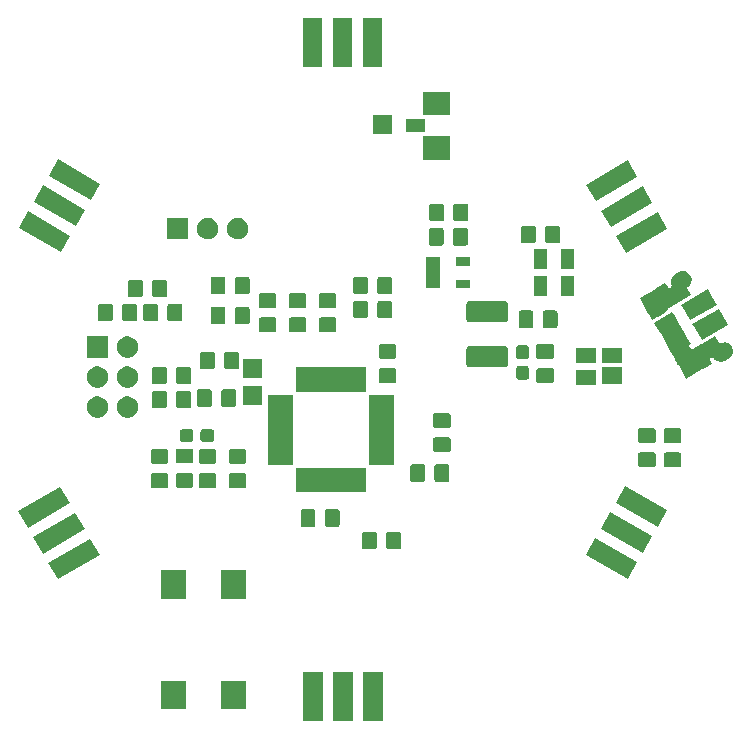
<source format=gts>
G04 #@! TF.GenerationSoftware,KiCad,Pcbnew,(5.1.5)-3*
G04 #@! TF.CreationDate,2020-02-12T15:38:08+01:00*
G04 #@! TF.ProjectId,MotherBoard,4d6f7468-6572-4426-9f61-72642e6b6963,rev?*
G04 #@! TF.SameCoordinates,Original*
G04 #@! TF.FileFunction,Soldermask,Top*
G04 #@! TF.FilePolarity,Negative*
%FSLAX46Y46*%
G04 Gerber Fmt 4.6, Leading zero omitted, Abs format (unit mm)*
G04 Created by KiCad (PCBNEW (5.1.5)-3) date 2020-02-12 15:38:08*
%MOMM*%
%LPD*%
G04 APERTURE LIST*
%ADD10C,0.100000*%
G04 APERTURE END LIST*
D10*
G36*
X155778400Y-120669000D02*
G01*
X154152400Y-120669000D01*
X154152400Y-116567000D01*
X155778400Y-116567000D01*
X155778400Y-120669000D01*
G37*
G36*
X158318400Y-120669000D02*
G01*
X156692400Y-120669000D01*
X156692400Y-116567000D01*
X158318400Y-116567000D01*
X158318400Y-120669000D01*
G37*
G36*
X160858400Y-120669000D02*
G01*
X159232400Y-120669000D01*
X159232400Y-116567000D01*
X160858400Y-116567000D01*
X160858400Y-120669000D01*
G37*
G36*
X144195500Y-119639960D02*
G01*
X142068500Y-119639960D01*
X142068500Y-117262960D01*
X144195500Y-117262960D01*
X144195500Y-119639960D01*
G37*
G36*
X149270500Y-119639960D02*
G01*
X147143500Y-119639960D01*
X147143500Y-117262960D01*
X149270500Y-117262960D01*
X149270500Y-119639960D01*
G37*
G36*
X144195500Y-110315960D02*
G01*
X142068500Y-110315960D01*
X142068500Y-107938960D01*
X144195500Y-107938960D01*
X144195500Y-110315960D01*
G37*
G36*
X149270500Y-110315960D02*
G01*
X147143500Y-110315960D01*
X147143500Y-107938960D01*
X149270500Y-107938960D01*
X149270500Y-110315960D01*
G37*
G36*
X136942418Y-106653284D02*
G01*
X133389982Y-108704284D01*
X132576982Y-107296126D01*
X136129418Y-105245126D01*
X136942418Y-106653284D01*
G37*
G36*
X182421118Y-107258025D02*
G01*
X181608118Y-108666183D01*
X178055682Y-106615183D01*
X178868682Y-105207025D01*
X182421118Y-107258025D01*
G37*
G36*
X135672418Y-104453579D02*
G01*
X132119982Y-106504579D01*
X131306982Y-105096421D01*
X134859418Y-103045421D01*
X135672418Y-104453579D01*
G37*
G36*
X183691118Y-105058321D02*
G01*
X182878118Y-106466479D01*
X179325682Y-104415479D01*
X180138682Y-103007321D01*
X183691118Y-105058321D01*
G37*
G36*
X162261674Y-104663465D02*
G01*
X162299367Y-104674899D01*
X162334103Y-104693466D01*
X162364548Y-104718452D01*
X162389534Y-104748897D01*
X162408101Y-104783633D01*
X162419535Y-104821326D01*
X162424000Y-104866661D01*
X162424000Y-105953339D01*
X162419535Y-105998674D01*
X162408101Y-106036367D01*
X162389534Y-106071103D01*
X162364548Y-106101548D01*
X162334103Y-106126534D01*
X162299367Y-106145101D01*
X162261674Y-106156535D01*
X162216339Y-106161000D01*
X161379661Y-106161000D01*
X161334326Y-106156535D01*
X161296633Y-106145101D01*
X161261897Y-106126534D01*
X161231452Y-106101548D01*
X161206466Y-106071103D01*
X161187899Y-106036367D01*
X161176465Y-105998674D01*
X161172000Y-105953339D01*
X161172000Y-104866661D01*
X161176465Y-104821326D01*
X161187899Y-104783633D01*
X161206466Y-104748897D01*
X161231452Y-104718452D01*
X161261897Y-104693466D01*
X161296633Y-104674899D01*
X161334326Y-104663465D01*
X161379661Y-104659000D01*
X162216339Y-104659000D01*
X162261674Y-104663465D01*
G37*
G36*
X160211674Y-104663465D02*
G01*
X160249367Y-104674899D01*
X160284103Y-104693466D01*
X160314548Y-104718452D01*
X160339534Y-104748897D01*
X160358101Y-104783633D01*
X160369535Y-104821326D01*
X160374000Y-104866661D01*
X160374000Y-105953339D01*
X160369535Y-105998674D01*
X160358101Y-106036367D01*
X160339534Y-106071103D01*
X160314548Y-106101548D01*
X160284103Y-106126534D01*
X160249367Y-106145101D01*
X160211674Y-106156535D01*
X160166339Y-106161000D01*
X159329661Y-106161000D01*
X159284326Y-106156535D01*
X159246633Y-106145101D01*
X159211897Y-106126534D01*
X159181452Y-106101548D01*
X159156466Y-106071103D01*
X159137899Y-106036367D01*
X159126465Y-105998674D01*
X159122000Y-105953339D01*
X159122000Y-104866661D01*
X159126465Y-104821326D01*
X159137899Y-104783633D01*
X159156466Y-104748897D01*
X159181452Y-104718452D01*
X159211897Y-104693466D01*
X159246633Y-104674899D01*
X159284326Y-104663465D01*
X159329661Y-104659000D01*
X160166339Y-104659000D01*
X160211674Y-104663465D01*
G37*
G36*
X134402418Y-102253875D02*
G01*
X130849982Y-104304875D01*
X130036982Y-102896717D01*
X133589418Y-100845717D01*
X134402418Y-102253875D01*
G37*
G36*
X184961118Y-102858616D02*
G01*
X184148118Y-104266774D01*
X180595682Y-102215774D01*
X181408682Y-100807616D01*
X184961118Y-102858616D01*
G37*
G36*
X157063674Y-102758465D02*
G01*
X157101367Y-102769899D01*
X157136101Y-102788465D01*
X157166548Y-102813452D01*
X157191534Y-102843897D01*
X157210101Y-102878633D01*
X157221535Y-102916326D01*
X157226000Y-102961661D01*
X157226000Y-104048339D01*
X157221535Y-104093674D01*
X157210101Y-104131367D01*
X157191534Y-104166103D01*
X157166548Y-104196548D01*
X157136103Y-104221534D01*
X157101367Y-104240101D01*
X157063674Y-104251535D01*
X157018339Y-104256000D01*
X156181661Y-104256000D01*
X156136326Y-104251535D01*
X156098633Y-104240101D01*
X156063897Y-104221534D01*
X156033452Y-104196548D01*
X156008466Y-104166103D01*
X155989899Y-104131367D01*
X155978465Y-104093674D01*
X155974000Y-104048339D01*
X155974000Y-102961661D01*
X155978465Y-102916326D01*
X155989899Y-102878633D01*
X156008466Y-102843897D01*
X156033452Y-102813452D01*
X156063899Y-102788465D01*
X156098633Y-102769899D01*
X156136326Y-102758465D01*
X156181661Y-102754000D01*
X157018339Y-102754000D01*
X157063674Y-102758465D01*
G37*
G36*
X155013674Y-102758465D02*
G01*
X155051367Y-102769899D01*
X155086101Y-102788465D01*
X155116548Y-102813452D01*
X155141534Y-102843897D01*
X155160101Y-102878633D01*
X155171535Y-102916326D01*
X155176000Y-102961661D01*
X155176000Y-104048339D01*
X155171535Y-104093674D01*
X155160101Y-104131367D01*
X155141534Y-104166103D01*
X155116548Y-104196548D01*
X155086103Y-104221534D01*
X155051367Y-104240101D01*
X155013674Y-104251535D01*
X154968339Y-104256000D01*
X154131661Y-104256000D01*
X154086326Y-104251535D01*
X154048633Y-104240101D01*
X154013897Y-104221534D01*
X153983452Y-104196548D01*
X153958466Y-104166103D01*
X153939899Y-104131367D01*
X153928465Y-104093674D01*
X153924000Y-104048339D01*
X153924000Y-102961661D01*
X153928465Y-102916326D01*
X153939899Y-102878633D01*
X153958466Y-102843897D01*
X153983452Y-102813452D01*
X154013899Y-102788465D01*
X154048633Y-102769899D01*
X154086326Y-102758465D01*
X154131661Y-102754000D01*
X154968339Y-102754000D01*
X155013674Y-102758465D01*
G37*
G36*
X159425000Y-101338000D02*
G01*
X153503000Y-101338000D01*
X153503000Y-99236000D01*
X159425000Y-99236000D01*
X159425000Y-101338000D01*
G37*
G36*
X142574674Y-99713765D02*
G01*
X142612367Y-99725199D01*
X142647103Y-99743766D01*
X142677548Y-99768752D01*
X142702534Y-99799197D01*
X142721101Y-99833933D01*
X142732535Y-99871626D01*
X142737000Y-99916961D01*
X142737000Y-100753639D01*
X142732535Y-100798974D01*
X142721101Y-100836667D01*
X142702534Y-100871403D01*
X142677548Y-100901848D01*
X142647103Y-100926834D01*
X142612367Y-100945401D01*
X142574674Y-100956835D01*
X142529339Y-100961300D01*
X141442661Y-100961300D01*
X141397326Y-100956835D01*
X141359633Y-100945401D01*
X141324897Y-100926834D01*
X141294452Y-100901848D01*
X141269466Y-100871403D01*
X141250899Y-100836667D01*
X141239465Y-100798974D01*
X141235000Y-100753639D01*
X141235000Y-99916961D01*
X141239465Y-99871626D01*
X141250899Y-99833933D01*
X141269466Y-99799197D01*
X141294452Y-99768752D01*
X141324897Y-99743766D01*
X141359633Y-99725199D01*
X141397326Y-99713765D01*
X141442661Y-99709300D01*
X142529339Y-99709300D01*
X142574674Y-99713765D01*
G37*
G36*
X146638674Y-99708465D02*
G01*
X146676367Y-99719899D01*
X146711103Y-99738466D01*
X146741548Y-99763452D01*
X146766534Y-99793897D01*
X146785101Y-99828633D01*
X146796535Y-99866326D01*
X146801000Y-99911661D01*
X146801000Y-100748339D01*
X146796535Y-100793674D01*
X146785101Y-100831367D01*
X146766534Y-100866103D01*
X146741548Y-100896548D01*
X146711103Y-100921534D01*
X146676367Y-100940101D01*
X146638674Y-100951535D01*
X146593339Y-100956000D01*
X145506661Y-100956000D01*
X145461326Y-100951535D01*
X145423633Y-100940101D01*
X145388897Y-100921534D01*
X145358452Y-100896548D01*
X145333466Y-100866103D01*
X145314899Y-100831367D01*
X145303465Y-100793674D01*
X145299000Y-100748339D01*
X145299000Y-99911661D01*
X145303465Y-99866326D01*
X145314899Y-99828633D01*
X145333466Y-99793897D01*
X145358452Y-99763452D01*
X145388897Y-99738466D01*
X145423633Y-99719899D01*
X145461326Y-99708465D01*
X145506661Y-99704000D01*
X146593339Y-99704000D01*
X146638674Y-99708465D01*
G37*
G36*
X149178674Y-99708465D02*
G01*
X149216367Y-99719899D01*
X149251103Y-99738466D01*
X149281548Y-99763452D01*
X149306534Y-99793897D01*
X149325101Y-99828633D01*
X149336535Y-99866326D01*
X149341000Y-99911661D01*
X149341000Y-100748339D01*
X149336535Y-100793674D01*
X149325101Y-100831367D01*
X149306534Y-100866103D01*
X149281548Y-100896548D01*
X149251103Y-100921534D01*
X149216367Y-100940101D01*
X149178674Y-100951535D01*
X149133339Y-100956000D01*
X148046661Y-100956000D01*
X148001326Y-100951535D01*
X147963633Y-100940101D01*
X147928897Y-100921534D01*
X147898452Y-100896548D01*
X147873466Y-100866103D01*
X147854899Y-100831367D01*
X147843465Y-100793674D01*
X147839000Y-100748339D01*
X147839000Y-99911661D01*
X147843465Y-99866326D01*
X147854899Y-99828633D01*
X147873466Y-99793897D01*
X147898452Y-99763452D01*
X147928897Y-99738466D01*
X147963633Y-99719899D01*
X148001326Y-99708465D01*
X148046661Y-99704000D01*
X149133339Y-99704000D01*
X149178674Y-99708465D01*
G37*
G36*
X144682874Y-99683065D02*
G01*
X144720567Y-99694499D01*
X144755303Y-99713066D01*
X144785748Y-99738052D01*
X144810734Y-99768497D01*
X144829301Y-99803233D01*
X144840735Y-99840926D01*
X144845200Y-99886261D01*
X144845200Y-100722939D01*
X144840735Y-100768274D01*
X144829301Y-100805967D01*
X144810734Y-100840703D01*
X144785748Y-100871148D01*
X144755303Y-100896134D01*
X144720567Y-100914701D01*
X144682874Y-100926135D01*
X144637539Y-100930600D01*
X143550861Y-100930600D01*
X143505526Y-100926135D01*
X143467833Y-100914701D01*
X143433097Y-100896134D01*
X143402652Y-100871148D01*
X143377666Y-100840703D01*
X143359099Y-100805967D01*
X143347665Y-100768274D01*
X143343200Y-100722939D01*
X143343200Y-99886261D01*
X143347665Y-99840926D01*
X143359099Y-99803233D01*
X143377666Y-99768497D01*
X143402652Y-99738052D01*
X143433097Y-99713066D01*
X143467833Y-99694499D01*
X143505526Y-99683065D01*
X143550861Y-99678600D01*
X144637539Y-99678600D01*
X144682874Y-99683065D01*
G37*
G36*
X166343674Y-98948465D02*
G01*
X166381367Y-98959899D01*
X166416103Y-98978466D01*
X166446548Y-99003452D01*
X166471534Y-99033897D01*
X166490101Y-99068633D01*
X166501535Y-99106326D01*
X166506000Y-99151661D01*
X166506000Y-100238339D01*
X166501535Y-100283674D01*
X166490101Y-100321367D01*
X166471534Y-100356103D01*
X166446548Y-100386548D01*
X166416103Y-100411534D01*
X166381367Y-100430101D01*
X166343674Y-100441535D01*
X166298339Y-100446000D01*
X165461661Y-100446000D01*
X165416326Y-100441535D01*
X165378633Y-100430101D01*
X165343897Y-100411534D01*
X165313452Y-100386548D01*
X165288466Y-100356103D01*
X165269899Y-100321367D01*
X165258465Y-100283674D01*
X165254000Y-100238339D01*
X165254000Y-99151661D01*
X165258465Y-99106326D01*
X165269899Y-99068633D01*
X165288466Y-99033897D01*
X165313452Y-99003452D01*
X165343897Y-98978466D01*
X165378633Y-98959899D01*
X165416326Y-98948465D01*
X165461661Y-98944000D01*
X166298339Y-98944000D01*
X166343674Y-98948465D01*
G37*
G36*
X164293674Y-98948465D02*
G01*
X164331367Y-98959899D01*
X164366103Y-98978466D01*
X164396548Y-99003452D01*
X164421534Y-99033897D01*
X164440101Y-99068633D01*
X164451535Y-99106326D01*
X164456000Y-99151661D01*
X164456000Y-100238339D01*
X164451535Y-100283674D01*
X164440101Y-100321367D01*
X164421534Y-100356103D01*
X164396548Y-100386548D01*
X164366103Y-100411534D01*
X164331367Y-100430101D01*
X164293674Y-100441535D01*
X164248339Y-100446000D01*
X163411661Y-100446000D01*
X163366326Y-100441535D01*
X163328633Y-100430101D01*
X163293897Y-100411534D01*
X163263452Y-100386548D01*
X163238466Y-100356103D01*
X163219899Y-100321367D01*
X163208465Y-100283674D01*
X163204000Y-100238339D01*
X163204000Y-99151661D01*
X163208465Y-99106326D01*
X163219899Y-99068633D01*
X163238466Y-99033897D01*
X163263452Y-99003452D01*
X163293897Y-98978466D01*
X163328633Y-98959899D01*
X163366326Y-98948465D01*
X163411661Y-98944000D01*
X164248339Y-98944000D01*
X164293674Y-98948465D01*
G37*
G36*
X186008674Y-97955865D02*
G01*
X186046367Y-97967299D01*
X186081103Y-97985866D01*
X186111548Y-98010852D01*
X186136534Y-98041297D01*
X186155101Y-98076033D01*
X186166535Y-98113726D01*
X186171000Y-98159061D01*
X186171000Y-98995739D01*
X186166535Y-99041074D01*
X186155101Y-99078767D01*
X186136534Y-99113503D01*
X186111548Y-99143948D01*
X186081103Y-99168934D01*
X186046367Y-99187501D01*
X186008674Y-99198935D01*
X185963339Y-99203400D01*
X184876661Y-99203400D01*
X184831326Y-99198935D01*
X184793633Y-99187501D01*
X184758897Y-99168934D01*
X184728452Y-99143948D01*
X184703466Y-99113503D01*
X184684899Y-99078767D01*
X184673465Y-99041074D01*
X184669000Y-98995739D01*
X184669000Y-98159061D01*
X184673465Y-98113726D01*
X184684899Y-98076033D01*
X184703466Y-98041297D01*
X184728452Y-98010852D01*
X184758897Y-97985866D01*
X184793633Y-97967299D01*
X184831326Y-97955865D01*
X184876661Y-97951400D01*
X185963339Y-97951400D01*
X186008674Y-97955865D01*
G37*
G36*
X183829354Y-97945705D02*
G01*
X183867047Y-97957139D01*
X183901783Y-97975706D01*
X183932228Y-98000692D01*
X183957214Y-98031137D01*
X183975781Y-98065873D01*
X183987215Y-98103566D01*
X183991680Y-98148901D01*
X183991680Y-98985579D01*
X183987215Y-99030914D01*
X183975781Y-99068607D01*
X183957214Y-99103343D01*
X183932228Y-99133788D01*
X183901783Y-99158774D01*
X183867047Y-99177341D01*
X183829354Y-99188775D01*
X183784019Y-99193240D01*
X182697341Y-99193240D01*
X182652006Y-99188775D01*
X182614313Y-99177341D01*
X182579577Y-99158774D01*
X182549132Y-99133788D01*
X182524146Y-99103343D01*
X182505579Y-99068607D01*
X182494145Y-99030914D01*
X182489680Y-98985579D01*
X182489680Y-98148901D01*
X182494145Y-98103566D01*
X182505579Y-98065873D01*
X182524146Y-98031137D01*
X182549132Y-98000692D01*
X182579577Y-97975706D01*
X182614313Y-97957139D01*
X182652006Y-97945705D01*
X182697341Y-97941240D01*
X183784019Y-97941240D01*
X183829354Y-97945705D01*
G37*
G36*
X161790000Y-98973000D02*
G01*
X159688000Y-98973000D01*
X159688000Y-93051000D01*
X161790000Y-93051000D01*
X161790000Y-98973000D01*
G37*
G36*
X153240000Y-98973000D02*
G01*
X151138000Y-98973000D01*
X151138000Y-93051000D01*
X153240000Y-93051000D01*
X153240000Y-98973000D01*
G37*
G36*
X142574674Y-97663765D02*
G01*
X142612367Y-97675199D01*
X142647103Y-97693766D01*
X142677548Y-97718752D01*
X142702534Y-97749197D01*
X142721101Y-97783933D01*
X142732535Y-97821626D01*
X142737000Y-97866961D01*
X142737000Y-98703639D01*
X142732535Y-98748974D01*
X142721101Y-98786667D01*
X142702534Y-98821403D01*
X142677548Y-98851848D01*
X142647103Y-98876834D01*
X142612367Y-98895401D01*
X142574674Y-98906835D01*
X142529339Y-98911300D01*
X141442661Y-98911300D01*
X141397326Y-98906835D01*
X141359633Y-98895401D01*
X141324897Y-98876834D01*
X141294452Y-98851848D01*
X141269466Y-98821403D01*
X141250899Y-98786667D01*
X141239465Y-98748974D01*
X141235000Y-98703639D01*
X141235000Y-97866961D01*
X141239465Y-97821626D01*
X141250899Y-97783933D01*
X141269466Y-97749197D01*
X141294452Y-97718752D01*
X141324897Y-97693766D01*
X141359633Y-97675199D01*
X141397326Y-97663765D01*
X141442661Y-97659300D01*
X142529339Y-97659300D01*
X142574674Y-97663765D01*
G37*
G36*
X149178674Y-97658465D02*
G01*
X149216367Y-97669899D01*
X149251103Y-97688466D01*
X149281548Y-97713452D01*
X149306534Y-97743897D01*
X149325101Y-97778633D01*
X149336535Y-97816326D01*
X149341000Y-97861661D01*
X149341000Y-98698339D01*
X149336535Y-98743674D01*
X149325101Y-98781367D01*
X149306534Y-98816103D01*
X149281548Y-98846548D01*
X149251103Y-98871534D01*
X149216367Y-98890101D01*
X149178674Y-98901535D01*
X149133339Y-98906000D01*
X148046661Y-98906000D01*
X148001326Y-98901535D01*
X147963633Y-98890101D01*
X147928897Y-98871534D01*
X147898452Y-98846548D01*
X147873466Y-98816103D01*
X147854899Y-98781367D01*
X147843465Y-98743674D01*
X147839000Y-98698339D01*
X147839000Y-97861661D01*
X147843465Y-97816326D01*
X147854899Y-97778633D01*
X147873466Y-97743897D01*
X147898452Y-97713452D01*
X147928897Y-97688466D01*
X147963633Y-97669899D01*
X148001326Y-97658465D01*
X148046661Y-97654000D01*
X149133339Y-97654000D01*
X149178674Y-97658465D01*
G37*
G36*
X146638674Y-97658465D02*
G01*
X146676367Y-97669899D01*
X146711103Y-97688466D01*
X146741548Y-97713452D01*
X146766534Y-97743897D01*
X146785101Y-97778633D01*
X146796535Y-97816326D01*
X146801000Y-97861661D01*
X146801000Y-98698339D01*
X146796535Y-98743674D01*
X146785101Y-98781367D01*
X146766534Y-98816103D01*
X146741548Y-98846548D01*
X146711103Y-98871534D01*
X146676367Y-98890101D01*
X146638674Y-98901535D01*
X146593339Y-98906000D01*
X145506661Y-98906000D01*
X145461326Y-98901535D01*
X145423633Y-98890101D01*
X145388897Y-98871534D01*
X145358452Y-98846548D01*
X145333466Y-98816103D01*
X145314899Y-98781367D01*
X145303465Y-98743674D01*
X145299000Y-98698339D01*
X145299000Y-97861661D01*
X145303465Y-97816326D01*
X145314899Y-97778633D01*
X145333466Y-97743897D01*
X145358452Y-97713452D01*
X145388897Y-97688466D01*
X145423633Y-97669899D01*
X145461326Y-97658465D01*
X145506661Y-97654000D01*
X146593339Y-97654000D01*
X146638674Y-97658465D01*
G37*
G36*
X144682874Y-97633065D02*
G01*
X144720567Y-97644499D01*
X144755303Y-97663066D01*
X144785748Y-97688052D01*
X144810734Y-97718497D01*
X144829301Y-97753233D01*
X144840735Y-97790926D01*
X144845200Y-97836261D01*
X144845200Y-98672939D01*
X144840735Y-98718274D01*
X144829301Y-98755967D01*
X144810734Y-98790703D01*
X144785748Y-98821148D01*
X144755303Y-98846134D01*
X144720567Y-98864701D01*
X144682874Y-98876135D01*
X144637539Y-98880600D01*
X143550861Y-98880600D01*
X143505526Y-98876135D01*
X143467833Y-98864701D01*
X143433097Y-98846134D01*
X143402652Y-98821148D01*
X143377666Y-98790703D01*
X143359099Y-98755967D01*
X143347665Y-98718274D01*
X143343200Y-98672939D01*
X143343200Y-97836261D01*
X143347665Y-97790926D01*
X143359099Y-97753233D01*
X143377666Y-97718497D01*
X143402652Y-97688052D01*
X143433097Y-97663066D01*
X143467833Y-97644499D01*
X143505526Y-97633065D01*
X143550861Y-97628600D01*
X144637539Y-97628600D01*
X144682874Y-97633065D01*
G37*
G36*
X166468674Y-96678465D02*
G01*
X166506367Y-96689899D01*
X166541103Y-96708466D01*
X166571548Y-96733452D01*
X166596534Y-96763897D01*
X166615101Y-96798633D01*
X166626535Y-96836326D01*
X166631000Y-96881661D01*
X166631000Y-97718339D01*
X166626535Y-97763674D01*
X166615101Y-97801367D01*
X166596534Y-97836103D01*
X166571548Y-97866548D01*
X166541103Y-97891534D01*
X166506367Y-97910101D01*
X166468674Y-97921535D01*
X166423339Y-97926000D01*
X165336661Y-97926000D01*
X165291326Y-97921535D01*
X165253633Y-97910101D01*
X165218897Y-97891534D01*
X165188452Y-97866548D01*
X165163466Y-97836103D01*
X165144899Y-97801367D01*
X165133465Y-97763674D01*
X165129000Y-97718339D01*
X165129000Y-96881661D01*
X165133465Y-96836326D01*
X165144899Y-96798633D01*
X165163466Y-96763897D01*
X165188452Y-96733452D01*
X165218897Y-96708466D01*
X165253633Y-96689899D01*
X165291326Y-96678465D01*
X165336661Y-96674000D01*
X166423339Y-96674000D01*
X166468674Y-96678465D01*
G37*
G36*
X186008674Y-95905865D02*
G01*
X186046367Y-95917299D01*
X186081103Y-95935866D01*
X186111548Y-95960852D01*
X186136534Y-95991297D01*
X186155101Y-96026033D01*
X186166535Y-96063726D01*
X186171000Y-96109061D01*
X186171000Y-96945739D01*
X186166535Y-96991074D01*
X186155101Y-97028767D01*
X186136534Y-97063503D01*
X186111548Y-97093948D01*
X186081103Y-97118934D01*
X186046367Y-97137501D01*
X186008674Y-97148935D01*
X185963339Y-97153400D01*
X184876661Y-97153400D01*
X184831326Y-97148935D01*
X184793633Y-97137501D01*
X184758897Y-97118934D01*
X184728452Y-97093948D01*
X184703466Y-97063503D01*
X184684899Y-97028767D01*
X184673465Y-96991074D01*
X184669000Y-96945739D01*
X184669000Y-96109061D01*
X184673465Y-96063726D01*
X184684899Y-96026033D01*
X184703466Y-95991297D01*
X184728452Y-95960852D01*
X184758897Y-95935866D01*
X184793633Y-95917299D01*
X184831326Y-95905865D01*
X184876661Y-95901400D01*
X185963339Y-95901400D01*
X186008674Y-95905865D01*
G37*
G36*
X183829354Y-95895705D02*
G01*
X183867047Y-95907139D01*
X183901783Y-95925706D01*
X183932228Y-95950692D01*
X183957214Y-95981137D01*
X183975781Y-96015873D01*
X183987215Y-96053566D01*
X183991680Y-96098901D01*
X183991680Y-96935579D01*
X183987215Y-96980914D01*
X183975781Y-97018607D01*
X183957214Y-97053343D01*
X183932228Y-97083788D01*
X183901783Y-97108774D01*
X183867047Y-97127341D01*
X183829354Y-97138775D01*
X183784019Y-97143240D01*
X182697341Y-97143240D01*
X182652006Y-97138775D01*
X182614313Y-97127341D01*
X182579577Y-97108774D01*
X182549132Y-97083788D01*
X182524146Y-97053343D01*
X182505579Y-97018607D01*
X182494145Y-96980914D01*
X182489680Y-96935579D01*
X182489680Y-96098901D01*
X182494145Y-96053566D01*
X182505579Y-96015873D01*
X182524146Y-95981137D01*
X182549132Y-95950692D01*
X182579577Y-95925706D01*
X182614313Y-95907139D01*
X182652006Y-95895705D01*
X182697341Y-95891240D01*
X183784019Y-95891240D01*
X183829354Y-95895705D01*
G37*
G36*
X146436499Y-95998445D02*
G01*
X146473995Y-96009820D01*
X146508554Y-96028292D01*
X146538847Y-96053153D01*
X146563708Y-96083446D01*
X146582180Y-96118005D01*
X146593555Y-96155501D01*
X146598000Y-96200638D01*
X146598000Y-96839362D01*
X146593555Y-96884499D01*
X146582180Y-96921995D01*
X146563708Y-96956554D01*
X146538847Y-96986847D01*
X146508554Y-97011708D01*
X146473995Y-97030180D01*
X146436499Y-97041555D01*
X146391362Y-97046000D01*
X145652638Y-97046000D01*
X145607501Y-97041555D01*
X145570005Y-97030180D01*
X145535446Y-97011708D01*
X145505153Y-96986847D01*
X145480292Y-96956554D01*
X145461820Y-96921995D01*
X145450445Y-96884499D01*
X145446000Y-96839362D01*
X145446000Y-96200638D01*
X145450445Y-96155501D01*
X145461820Y-96118005D01*
X145480292Y-96083446D01*
X145505153Y-96053153D01*
X145535446Y-96028292D01*
X145570005Y-96009820D01*
X145607501Y-95998445D01*
X145652638Y-95994000D01*
X146391362Y-95994000D01*
X146436499Y-95998445D01*
G37*
G36*
X144686499Y-95998445D02*
G01*
X144723995Y-96009820D01*
X144758554Y-96028292D01*
X144788847Y-96053153D01*
X144813708Y-96083446D01*
X144832180Y-96118005D01*
X144843555Y-96155501D01*
X144848000Y-96200638D01*
X144848000Y-96839362D01*
X144843555Y-96884499D01*
X144832180Y-96921995D01*
X144813708Y-96956554D01*
X144788847Y-96986847D01*
X144758554Y-97011708D01*
X144723995Y-97030180D01*
X144686499Y-97041555D01*
X144641362Y-97046000D01*
X143902638Y-97046000D01*
X143857501Y-97041555D01*
X143820005Y-97030180D01*
X143785446Y-97011708D01*
X143755153Y-96986847D01*
X143730292Y-96956554D01*
X143711820Y-96921995D01*
X143700445Y-96884499D01*
X143696000Y-96839362D01*
X143696000Y-96200638D01*
X143700445Y-96155501D01*
X143711820Y-96118005D01*
X143730292Y-96083446D01*
X143755153Y-96053153D01*
X143785446Y-96028292D01*
X143820005Y-96009820D01*
X143857501Y-95998445D01*
X143902638Y-95994000D01*
X144641362Y-95994000D01*
X144686499Y-95998445D01*
G37*
G36*
X166468674Y-94628465D02*
G01*
X166506367Y-94639899D01*
X166541103Y-94658466D01*
X166571548Y-94683452D01*
X166596534Y-94713897D01*
X166615101Y-94748633D01*
X166626535Y-94786326D01*
X166631000Y-94831661D01*
X166631000Y-95668339D01*
X166626535Y-95713674D01*
X166615101Y-95751367D01*
X166596534Y-95786103D01*
X166571548Y-95816548D01*
X166541103Y-95841534D01*
X166506367Y-95860101D01*
X166468674Y-95871535D01*
X166423339Y-95876000D01*
X165336661Y-95876000D01*
X165291326Y-95871535D01*
X165253633Y-95860101D01*
X165218897Y-95841534D01*
X165188452Y-95816548D01*
X165163466Y-95786103D01*
X165144899Y-95751367D01*
X165133465Y-95713674D01*
X165129000Y-95668339D01*
X165129000Y-94831661D01*
X165133465Y-94786326D01*
X165144899Y-94748633D01*
X165163466Y-94713897D01*
X165188452Y-94683452D01*
X165218897Y-94658466D01*
X165253633Y-94639899D01*
X165291326Y-94628465D01*
X165336661Y-94624000D01*
X166423339Y-94624000D01*
X166468674Y-94628465D01*
G37*
G36*
X139369012Y-93210927D02*
G01*
X139518312Y-93240624D01*
X139682284Y-93308544D01*
X139829854Y-93407147D01*
X139955353Y-93532646D01*
X140053956Y-93680216D01*
X140121876Y-93844188D01*
X140147903Y-93975038D01*
X140156500Y-94018258D01*
X140156500Y-94195742D01*
X140152118Y-94217770D01*
X140121876Y-94369812D01*
X140053956Y-94533784D01*
X139955353Y-94681354D01*
X139829854Y-94806853D01*
X139682284Y-94905456D01*
X139518312Y-94973376D01*
X139369012Y-95003073D01*
X139344242Y-95008000D01*
X139166758Y-95008000D01*
X139141988Y-95003073D01*
X138992688Y-94973376D01*
X138828716Y-94905456D01*
X138681146Y-94806853D01*
X138555647Y-94681354D01*
X138457044Y-94533784D01*
X138389124Y-94369812D01*
X138358882Y-94217770D01*
X138354500Y-94195742D01*
X138354500Y-94018258D01*
X138363097Y-93975038D01*
X138389124Y-93844188D01*
X138457044Y-93680216D01*
X138555647Y-93532646D01*
X138681146Y-93407147D01*
X138828716Y-93308544D01*
X138992688Y-93240624D01*
X139141988Y-93210927D01*
X139166758Y-93206000D01*
X139344242Y-93206000D01*
X139369012Y-93210927D01*
G37*
G36*
X136829012Y-93210927D02*
G01*
X136978312Y-93240624D01*
X137142284Y-93308544D01*
X137289854Y-93407147D01*
X137415353Y-93532646D01*
X137513956Y-93680216D01*
X137581876Y-93844188D01*
X137607903Y-93975038D01*
X137616500Y-94018258D01*
X137616500Y-94195742D01*
X137612118Y-94217770D01*
X137581876Y-94369812D01*
X137513956Y-94533784D01*
X137415353Y-94681354D01*
X137289854Y-94806853D01*
X137142284Y-94905456D01*
X136978312Y-94973376D01*
X136829012Y-95003073D01*
X136804242Y-95008000D01*
X136626758Y-95008000D01*
X136601988Y-95003073D01*
X136452688Y-94973376D01*
X136288716Y-94905456D01*
X136141146Y-94806853D01*
X136015647Y-94681354D01*
X135917044Y-94533784D01*
X135849124Y-94369812D01*
X135818882Y-94217770D01*
X135814500Y-94195742D01*
X135814500Y-94018258D01*
X135823097Y-93975038D01*
X135849124Y-93844188D01*
X135917044Y-93680216D01*
X136015647Y-93532646D01*
X136141146Y-93407147D01*
X136288716Y-93308544D01*
X136452688Y-93240624D01*
X136601988Y-93210927D01*
X136626758Y-93206000D01*
X136804242Y-93206000D01*
X136829012Y-93210927D01*
G37*
G36*
X144481674Y-92725465D02*
G01*
X144519367Y-92736899D01*
X144554103Y-92755466D01*
X144584548Y-92780452D01*
X144609534Y-92810897D01*
X144628101Y-92845633D01*
X144639535Y-92883326D01*
X144644000Y-92928661D01*
X144644000Y-94015339D01*
X144639535Y-94060674D01*
X144628101Y-94098367D01*
X144609534Y-94133103D01*
X144584548Y-94163548D01*
X144554103Y-94188534D01*
X144519367Y-94207101D01*
X144481674Y-94218535D01*
X144436339Y-94223000D01*
X143599661Y-94223000D01*
X143554326Y-94218535D01*
X143516633Y-94207101D01*
X143481897Y-94188534D01*
X143451452Y-94163548D01*
X143426466Y-94133103D01*
X143407899Y-94098367D01*
X143396465Y-94060674D01*
X143392000Y-94015339D01*
X143392000Y-92928661D01*
X143396465Y-92883326D01*
X143407899Y-92845633D01*
X143426466Y-92810897D01*
X143451452Y-92780452D01*
X143481897Y-92755466D01*
X143516633Y-92736899D01*
X143554326Y-92725465D01*
X143599661Y-92721000D01*
X144436339Y-92721000D01*
X144481674Y-92725465D01*
G37*
G36*
X142431674Y-92725465D02*
G01*
X142469367Y-92736899D01*
X142504103Y-92755466D01*
X142534548Y-92780452D01*
X142559534Y-92810897D01*
X142578101Y-92845633D01*
X142589535Y-92883326D01*
X142594000Y-92928661D01*
X142594000Y-94015339D01*
X142589535Y-94060674D01*
X142578101Y-94098367D01*
X142559534Y-94133103D01*
X142534548Y-94163548D01*
X142504103Y-94188534D01*
X142469367Y-94207101D01*
X142431674Y-94218535D01*
X142386339Y-94223000D01*
X141549661Y-94223000D01*
X141504326Y-94218535D01*
X141466633Y-94207101D01*
X141431897Y-94188534D01*
X141401452Y-94163548D01*
X141376466Y-94133103D01*
X141357899Y-94098367D01*
X141346465Y-94060674D01*
X141342000Y-94015339D01*
X141342000Y-92928661D01*
X141346465Y-92883326D01*
X141357899Y-92845633D01*
X141376466Y-92810897D01*
X141401452Y-92780452D01*
X141431897Y-92755466D01*
X141466633Y-92736899D01*
X141504326Y-92725465D01*
X141549661Y-92721000D01*
X142386339Y-92721000D01*
X142431674Y-92725465D01*
G37*
G36*
X146241674Y-92598465D02*
G01*
X146279367Y-92609899D01*
X146314103Y-92628466D01*
X146344548Y-92653452D01*
X146369534Y-92683897D01*
X146388101Y-92718633D01*
X146399535Y-92756326D01*
X146404000Y-92801661D01*
X146404000Y-93888339D01*
X146399535Y-93933674D01*
X146388101Y-93971367D01*
X146369534Y-94006103D01*
X146344548Y-94036548D01*
X146314103Y-94061534D01*
X146279367Y-94080101D01*
X146241674Y-94091535D01*
X146196339Y-94096000D01*
X145359661Y-94096000D01*
X145314326Y-94091535D01*
X145276633Y-94080101D01*
X145241897Y-94061534D01*
X145211452Y-94036548D01*
X145186466Y-94006103D01*
X145167899Y-93971367D01*
X145156465Y-93933674D01*
X145152000Y-93888339D01*
X145152000Y-92801661D01*
X145156465Y-92756326D01*
X145167899Y-92718633D01*
X145186466Y-92683897D01*
X145211452Y-92653452D01*
X145241897Y-92628466D01*
X145276633Y-92609899D01*
X145314326Y-92598465D01*
X145359661Y-92594000D01*
X146196339Y-92594000D01*
X146241674Y-92598465D01*
G37*
G36*
X148291674Y-92598465D02*
G01*
X148329367Y-92609899D01*
X148364103Y-92628466D01*
X148394548Y-92653452D01*
X148419534Y-92683897D01*
X148438101Y-92718633D01*
X148449535Y-92756326D01*
X148454000Y-92801661D01*
X148454000Y-93888339D01*
X148449535Y-93933674D01*
X148438101Y-93971367D01*
X148419534Y-94006103D01*
X148394548Y-94036548D01*
X148364103Y-94061534D01*
X148329367Y-94080101D01*
X148291674Y-94091535D01*
X148246339Y-94096000D01*
X147409661Y-94096000D01*
X147364326Y-94091535D01*
X147326633Y-94080101D01*
X147291897Y-94061534D01*
X147261452Y-94036548D01*
X147236466Y-94006103D01*
X147217899Y-93971367D01*
X147206465Y-93933674D01*
X147202000Y-93888339D01*
X147202000Y-92801661D01*
X147206465Y-92756326D01*
X147217899Y-92718633D01*
X147236466Y-92683897D01*
X147261452Y-92653452D01*
X147291897Y-92628466D01*
X147326633Y-92609899D01*
X147364326Y-92598465D01*
X147409661Y-92594000D01*
X148246339Y-92594000D01*
X148291674Y-92598465D01*
G37*
G36*
X150661000Y-93906000D02*
G01*
X149059000Y-93906000D01*
X149059000Y-92304000D01*
X150661000Y-92304000D01*
X150661000Y-93906000D01*
G37*
G36*
X159425000Y-92788000D02*
G01*
X153503000Y-92788000D01*
X153503000Y-90686000D01*
X159425000Y-90686000D01*
X159425000Y-92788000D01*
G37*
G36*
X136829012Y-90670927D02*
G01*
X136978312Y-90700624D01*
X137142284Y-90768544D01*
X137289854Y-90867147D01*
X137415353Y-90992646D01*
X137513956Y-91140216D01*
X137581876Y-91304188D01*
X137616500Y-91478259D01*
X137616500Y-91655741D01*
X137581876Y-91829812D01*
X137513956Y-91993784D01*
X137415353Y-92141354D01*
X137289854Y-92266853D01*
X137142284Y-92365456D01*
X136978312Y-92433376D01*
X136829012Y-92463073D01*
X136804242Y-92468000D01*
X136626758Y-92468000D01*
X136601988Y-92463073D01*
X136452688Y-92433376D01*
X136288716Y-92365456D01*
X136141146Y-92266853D01*
X136015647Y-92141354D01*
X135917044Y-91993784D01*
X135849124Y-91829812D01*
X135814500Y-91655741D01*
X135814500Y-91478259D01*
X135849124Y-91304188D01*
X135917044Y-91140216D01*
X136015647Y-90992646D01*
X136141146Y-90867147D01*
X136288716Y-90768544D01*
X136452688Y-90700624D01*
X136601988Y-90670927D01*
X136626758Y-90666000D01*
X136804242Y-90666000D01*
X136829012Y-90670927D01*
G37*
G36*
X139369012Y-90670927D02*
G01*
X139518312Y-90700624D01*
X139682284Y-90768544D01*
X139829854Y-90867147D01*
X139955353Y-90992646D01*
X140053956Y-91140216D01*
X140121876Y-91304188D01*
X140156500Y-91478259D01*
X140156500Y-91655741D01*
X140121876Y-91829812D01*
X140053956Y-91993784D01*
X139955353Y-92141354D01*
X139829854Y-92266853D01*
X139682284Y-92365456D01*
X139518312Y-92433376D01*
X139369012Y-92463073D01*
X139344242Y-92468000D01*
X139166758Y-92468000D01*
X139141988Y-92463073D01*
X138992688Y-92433376D01*
X138828716Y-92365456D01*
X138681146Y-92266853D01*
X138555647Y-92141354D01*
X138457044Y-91993784D01*
X138389124Y-91829812D01*
X138354500Y-91655741D01*
X138354500Y-91478259D01*
X138389124Y-91304188D01*
X138457044Y-91140216D01*
X138555647Y-90992646D01*
X138681146Y-90867147D01*
X138828716Y-90768544D01*
X138992688Y-90700624D01*
X139141988Y-90670927D01*
X139166758Y-90666000D01*
X139344242Y-90666000D01*
X139369012Y-90670927D01*
G37*
G36*
X178942920Y-92268840D02*
G01*
X177240920Y-92268840D01*
X177240920Y-90966840D01*
X178942920Y-90966840D01*
X178942920Y-92268840D01*
G37*
G36*
X144481674Y-90693465D02*
G01*
X144519367Y-90704899D01*
X144554103Y-90723466D01*
X144584548Y-90748452D01*
X144609534Y-90778897D01*
X144628101Y-90813633D01*
X144639535Y-90851326D01*
X144644000Y-90896661D01*
X144644000Y-91983339D01*
X144639535Y-92028674D01*
X144628101Y-92066367D01*
X144609534Y-92101103D01*
X144584548Y-92131548D01*
X144554103Y-92156534D01*
X144519367Y-92175101D01*
X144481674Y-92186535D01*
X144436339Y-92191000D01*
X143599661Y-92191000D01*
X143554326Y-92186535D01*
X143516633Y-92175101D01*
X143481897Y-92156534D01*
X143451452Y-92131548D01*
X143426466Y-92101103D01*
X143407899Y-92066367D01*
X143396465Y-92028674D01*
X143392000Y-91983339D01*
X143392000Y-90896661D01*
X143396465Y-90851326D01*
X143407899Y-90813633D01*
X143426466Y-90778897D01*
X143451452Y-90748452D01*
X143481897Y-90723466D01*
X143516633Y-90704899D01*
X143554326Y-90693465D01*
X143599661Y-90689000D01*
X144436339Y-90689000D01*
X144481674Y-90693465D01*
G37*
G36*
X142431674Y-90693465D02*
G01*
X142469367Y-90704899D01*
X142504103Y-90723466D01*
X142534548Y-90748452D01*
X142559534Y-90778897D01*
X142578101Y-90813633D01*
X142589535Y-90851326D01*
X142594000Y-90896661D01*
X142594000Y-91983339D01*
X142589535Y-92028674D01*
X142578101Y-92066367D01*
X142559534Y-92101103D01*
X142534548Y-92131548D01*
X142504103Y-92156534D01*
X142469367Y-92175101D01*
X142431674Y-92186535D01*
X142386339Y-92191000D01*
X141549661Y-92191000D01*
X141504326Y-92186535D01*
X141466633Y-92175101D01*
X141431897Y-92156534D01*
X141401452Y-92131548D01*
X141376466Y-92101103D01*
X141357899Y-92066367D01*
X141346465Y-92028674D01*
X141342000Y-91983339D01*
X141342000Y-90896661D01*
X141346465Y-90851326D01*
X141357899Y-90813633D01*
X141376466Y-90778897D01*
X141401452Y-90748452D01*
X141431897Y-90723466D01*
X141466633Y-90704899D01*
X141504326Y-90693465D01*
X141549661Y-90689000D01*
X142386339Y-90689000D01*
X142431674Y-90693465D01*
G37*
G36*
X181142920Y-92188840D02*
G01*
X179440920Y-92188840D01*
X179440920Y-90686840D01*
X181142920Y-90686840D01*
X181142920Y-92188840D01*
G37*
G36*
X161878674Y-90818465D02*
G01*
X161916367Y-90829899D01*
X161951103Y-90848466D01*
X161981548Y-90873452D01*
X162006534Y-90903897D01*
X162025101Y-90938633D01*
X162036535Y-90976326D01*
X162041000Y-91021661D01*
X162041000Y-91858339D01*
X162036535Y-91903674D01*
X162025101Y-91941367D01*
X162006534Y-91976103D01*
X161981548Y-92006548D01*
X161951103Y-92031534D01*
X161916367Y-92050101D01*
X161878674Y-92061535D01*
X161833339Y-92066000D01*
X160746661Y-92066000D01*
X160701326Y-92061535D01*
X160663633Y-92050101D01*
X160628897Y-92031534D01*
X160598452Y-92006548D01*
X160573466Y-91976103D01*
X160554899Y-91941367D01*
X160543465Y-91903674D01*
X160539000Y-91858339D01*
X160539000Y-91021661D01*
X160543465Y-90976326D01*
X160554899Y-90938633D01*
X160573466Y-90903897D01*
X160598452Y-90873452D01*
X160628897Y-90848466D01*
X160663633Y-90829899D01*
X160701326Y-90818465D01*
X160746661Y-90814000D01*
X161833339Y-90814000D01*
X161878674Y-90818465D01*
G37*
G36*
X175213674Y-90818465D02*
G01*
X175251367Y-90829899D01*
X175286103Y-90848466D01*
X175316548Y-90873452D01*
X175341534Y-90903897D01*
X175360101Y-90938633D01*
X175371535Y-90976326D01*
X175376000Y-91021661D01*
X175376000Y-91858339D01*
X175371535Y-91903674D01*
X175360101Y-91941367D01*
X175341534Y-91976103D01*
X175316548Y-92006548D01*
X175286103Y-92031534D01*
X175251367Y-92050101D01*
X175213674Y-92061535D01*
X175168339Y-92066000D01*
X174081661Y-92066000D01*
X174036326Y-92061535D01*
X173998633Y-92050101D01*
X173963897Y-92031534D01*
X173933452Y-92006548D01*
X173908466Y-91976103D01*
X173889899Y-91941367D01*
X173878465Y-91903674D01*
X173874000Y-91858339D01*
X173874000Y-91021661D01*
X173878465Y-90976326D01*
X173889899Y-90938633D01*
X173908466Y-90903897D01*
X173933452Y-90873452D01*
X173963897Y-90848466D01*
X173998633Y-90829899D01*
X174036326Y-90818465D01*
X174081661Y-90814000D01*
X175168339Y-90814000D01*
X175213674Y-90818465D01*
G37*
G36*
X173084499Y-90637245D02*
G01*
X173121995Y-90648620D01*
X173156554Y-90667092D01*
X173186847Y-90691953D01*
X173211708Y-90722246D01*
X173230180Y-90756805D01*
X173241555Y-90794301D01*
X173246000Y-90839438D01*
X173246000Y-91578162D01*
X173241555Y-91623299D01*
X173230180Y-91660795D01*
X173211708Y-91695354D01*
X173186847Y-91725647D01*
X173156554Y-91750508D01*
X173121995Y-91768980D01*
X173084499Y-91780355D01*
X173039362Y-91784800D01*
X172400638Y-91784800D01*
X172355501Y-91780355D01*
X172318005Y-91768980D01*
X172283446Y-91750508D01*
X172253153Y-91725647D01*
X172228292Y-91695354D01*
X172209820Y-91660795D01*
X172198445Y-91623299D01*
X172194000Y-91578162D01*
X172194000Y-90839438D01*
X172198445Y-90794301D01*
X172209820Y-90756805D01*
X172228292Y-90722246D01*
X172253153Y-90691953D01*
X172283446Y-90667092D01*
X172318005Y-90648620D01*
X172355501Y-90637245D01*
X172400638Y-90632800D01*
X173039362Y-90632800D01*
X173084499Y-90637245D01*
G37*
G36*
X185589063Y-86434983D02*
G01*
X185682729Y-86597218D01*
X185972310Y-87098787D01*
X186347585Y-87748782D01*
X186622310Y-88224620D01*
X186935809Y-88767616D01*
X186892507Y-88792617D01*
X186872589Y-88806890D01*
X186855839Y-88824775D01*
X186842899Y-88845583D01*
X186834267Y-88868517D01*
X186830276Y-88892694D01*
X186831077Y-88917185D01*
X186836642Y-88941049D01*
X186846755Y-88963368D01*
X186939506Y-89124018D01*
X186953779Y-89143936D01*
X186971663Y-89160687D01*
X186992472Y-89173627D01*
X187015406Y-89182259D01*
X187039582Y-89186250D01*
X187064073Y-89185449D01*
X187087937Y-89179884D01*
X187110257Y-89169771D01*
X187835315Y-88751159D01*
X187852245Y-88750605D01*
X187876109Y-88745041D01*
X187898430Y-88734927D01*
X189002614Y-88097426D01*
X189326553Y-88658504D01*
X189340826Y-88678422D01*
X189358711Y-88695172D01*
X189379519Y-88708112D01*
X189402453Y-88716744D01*
X189426630Y-88720735D01*
X189451121Y-88719934D01*
X189474985Y-88714369D01*
X189486393Y-88709861D01*
X189562880Y-88675205D01*
X189562882Y-88675205D01*
X189562883Y-88675204D01*
X189702156Y-88642730D01*
X189702160Y-88642729D01*
X189845090Y-88638050D01*
X189986187Y-88661345D01*
X190120028Y-88711719D01*
X190241479Y-88787242D01*
X190345852Y-88884998D01*
X190345853Y-88884999D01*
X190429153Y-89001244D01*
X190488174Y-89131506D01*
X190506213Y-89208872D01*
X190520649Y-89270783D01*
X190525328Y-89413714D01*
X190502033Y-89554810D01*
X190451657Y-89688654D01*
X190376139Y-89810098D01*
X190278382Y-89914472D01*
X190278379Y-89914475D01*
X190212210Y-89961891D01*
X190191256Y-89976907D01*
X190072686Y-90045363D01*
X189826389Y-90187563D01*
X189728764Y-90231797D01*
X189596345Y-90262672D01*
X189589487Y-90264271D01*
X189446557Y-90268950D01*
X189305460Y-90245655D01*
X189171616Y-90195279D01*
X189050175Y-90119763D01*
X188945794Y-90022000D01*
X188902732Y-89961907D01*
X188886576Y-89943484D01*
X188867135Y-89928567D01*
X188845158Y-89917729D01*
X188821489Y-89911387D01*
X188797038Y-89909784D01*
X188772743Y-89912982D01*
X188749539Y-89920859D01*
X188738627Y-89926464D01*
X188624430Y-89992396D01*
X188604512Y-90006669D01*
X188587761Y-90024554D01*
X188574822Y-90045363D01*
X188566190Y-90068296D01*
X188562199Y-90092473D01*
X188563000Y-90116964D01*
X188568565Y-90140828D01*
X188578677Y-90163147D01*
X188744928Y-90451101D01*
X188744928Y-90451102D01*
X187988385Y-90887892D01*
X187982060Y-90888099D01*
X187958196Y-90893663D01*
X187935875Y-90903777D01*
X186571883Y-91691278D01*
X185918193Y-90559053D01*
X185903920Y-90539134D01*
X185895388Y-90530319D01*
X185880503Y-90516378D01*
X185811546Y-90420148D01*
X185762685Y-90312310D01*
X185758054Y-90292449D01*
X185750178Y-90269245D01*
X185744572Y-90258333D01*
X185495502Y-89826931D01*
X185496512Y-89820812D01*
X185495710Y-89796321D01*
X185490146Y-89772457D01*
X185480033Y-89750139D01*
X185134840Y-89152247D01*
X184780033Y-88537704D01*
X184489755Y-88034928D01*
X184130033Y-87411871D01*
X183867532Y-86957206D01*
X185384809Y-86081206D01*
X185589063Y-86434983D01*
G37*
G36*
X150661000Y-91606000D02*
G01*
X149059000Y-91606000D01*
X149059000Y-90004000D01*
X150661000Y-90004000D01*
X150661000Y-91606000D01*
G37*
G36*
X146495674Y-89423465D02*
G01*
X146533367Y-89434899D01*
X146568103Y-89453466D01*
X146598548Y-89478452D01*
X146623534Y-89508897D01*
X146642101Y-89543633D01*
X146653535Y-89581326D01*
X146658000Y-89626661D01*
X146658000Y-90713339D01*
X146653535Y-90758674D01*
X146642101Y-90796367D01*
X146623534Y-90831103D01*
X146598548Y-90861548D01*
X146568103Y-90886534D01*
X146533367Y-90905101D01*
X146495674Y-90916535D01*
X146450339Y-90921000D01*
X145613661Y-90921000D01*
X145568326Y-90916535D01*
X145530633Y-90905101D01*
X145495897Y-90886534D01*
X145465452Y-90861548D01*
X145440466Y-90831103D01*
X145421899Y-90796367D01*
X145410465Y-90758674D01*
X145406000Y-90713339D01*
X145406000Y-89626661D01*
X145410465Y-89581326D01*
X145421899Y-89543633D01*
X145440466Y-89508897D01*
X145465452Y-89478452D01*
X145495897Y-89453466D01*
X145530633Y-89434899D01*
X145568326Y-89423465D01*
X145613661Y-89419000D01*
X146450339Y-89419000D01*
X146495674Y-89423465D01*
G37*
G36*
X148545674Y-89423465D02*
G01*
X148583367Y-89434899D01*
X148618103Y-89453466D01*
X148648548Y-89478452D01*
X148673534Y-89508897D01*
X148692101Y-89543633D01*
X148703535Y-89581326D01*
X148708000Y-89626661D01*
X148708000Y-90713339D01*
X148703535Y-90758674D01*
X148692101Y-90796367D01*
X148673534Y-90831103D01*
X148648548Y-90861548D01*
X148618103Y-90886534D01*
X148583367Y-90905101D01*
X148545674Y-90916535D01*
X148500339Y-90921000D01*
X147663661Y-90921000D01*
X147618326Y-90916535D01*
X147580633Y-90905101D01*
X147545897Y-90886534D01*
X147515452Y-90861548D01*
X147490466Y-90831103D01*
X147471899Y-90796367D01*
X147460465Y-90758674D01*
X147456000Y-90713339D01*
X147456000Y-89626661D01*
X147460465Y-89581326D01*
X147471899Y-89543633D01*
X147490466Y-89508897D01*
X147515452Y-89478452D01*
X147545897Y-89453466D01*
X147580633Y-89434899D01*
X147618326Y-89423465D01*
X147663661Y-89419000D01*
X148500339Y-89419000D01*
X148545674Y-89423465D01*
G37*
G36*
X171252112Y-88942021D02*
G01*
X171302461Y-88957294D01*
X171348857Y-88982094D01*
X171389528Y-89015472D01*
X171422906Y-89056143D01*
X171447706Y-89102539D01*
X171462979Y-89152888D01*
X171468740Y-89211384D01*
X171468740Y-90463136D01*
X171462979Y-90521632D01*
X171447706Y-90571981D01*
X171422906Y-90618377D01*
X171389528Y-90659048D01*
X171348857Y-90692426D01*
X171302461Y-90717226D01*
X171252112Y-90732499D01*
X171193616Y-90738260D01*
X168241864Y-90738260D01*
X168183368Y-90732499D01*
X168133019Y-90717226D01*
X168086623Y-90692426D01*
X168045952Y-90659048D01*
X168012574Y-90618377D01*
X167987774Y-90571981D01*
X167972501Y-90521632D01*
X167966740Y-90463136D01*
X167966740Y-89211384D01*
X167972501Y-89152888D01*
X167987774Y-89102539D01*
X168012574Y-89056143D01*
X168045952Y-89015472D01*
X168086623Y-88982094D01*
X168133019Y-88957294D01*
X168183368Y-88942021D01*
X168241864Y-88936260D01*
X171193616Y-88936260D01*
X171252112Y-88942021D01*
G37*
G36*
X178942920Y-90368840D02*
G01*
X177240920Y-90368840D01*
X177240920Y-89066840D01*
X178942920Y-89066840D01*
X178942920Y-90368840D01*
G37*
G36*
X181142920Y-90368840D02*
G01*
X179440920Y-90368840D01*
X179440920Y-89066840D01*
X181142920Y-89066840D01*
X181142920Y-90368840D01*
G37*
G36*
X173084499Y-88887245D02*
G01*
X173121995Y-88898620D01*
X173156554Y-88917092D01*
X173186847Y-88941953D01*
X173211708Y-88972246D01*
X173230180Y-89006805D01*
X173241555Y-89044301D01*
X173246000Y-89089438D01*
X173246000Y-89828162D01*
X173241555Y-89873299D01*
X173230180Y-89910795D01*
X173211708Y-89945354D01*
X173186847Y-89975647D01*
X173156554Y-90000508D01*
X173121995Y-90018980D01*
X173084499Y-90030355D01*
X173039362Y-90034800D01*
X172400638Y-90034800D01*
X172355501Y-90030355D01*
X172318005Y-90018980D01*
X172283446Y-90000508D01*
X172253153Y-89975647D01*
X172228292Y-89945354D01*
X172209820Y-89910795D01*
X172198445Y-89873299D01*
X172194000Y-89828162D01*
X172194000Y-89089438D01*
X172198445Y-89044301D01*
X172209820Y-89006805D01*
X172228292Y-88972246D01*
X172253153Y-88941953D01*
X172283446Y-88917092D01*
X172318005Y-88898620D01*
X172355501Y-88887245D01*
X172400638Y-88882800D01*
X173039362Y-88882800D01*
X173084499Y-88887245D01*
G37*
G36*
X175213674Y-88768465D02*
G01*
X175251367Y-88779899D01*
X175286103Y-88798466D01*
X175316548Y-88823452D01*
X175341534Y-88853897D01*
X175360101Y-88888633D01*
X175371535Y-88926326D01*
X175376000Y-88971661D01*
X175376000Y-89808339D01*
X175371535Y-89853674D01*
X175360101Y-89891367D01*
X175341534Y-89926103D01*
X175316548Y-89956548D01*
X175286103Y-89981534D01*
X175251367Y-90000101D01*
X175213674Y-90011535D01*
X175168339Y-90016000D01*
X174081661Y-90016000D01*
X174036326Y-90011535D01*
X173998633Y-90000101D01*
X173963897Y-89981534D01*
X173933452Y-89956548D01*
X173908466Y-89926103D01*
X173889899Y-89891367D01*
X173878465Y-89853674D01*
X173874000Y-89808339D01*
X173874000Y-88971661D01*
X173878465Y-88926326D01*
X173889899Y-88888633D01*
X173908466Y-88853897D01*
X173933452Y-88823452D01*
X173963897Y-88798466D01*
X173998633Y-88779899D01*
X174036326Y-88768465D01*
X174081661Y-88764000D01*
X175168339Y-88764000D01*
X175213674Y-88768465D01*
G37*
G36*
X161878674Y-88768465D02*
G01*
X161916367Y-88779899D01*
X161951103Y-88798466D01*
X161981548Y-88823452D01*
X162006534Y-88853897D01*
X162025101Y-88888633D01*
X162036535Y-88926326D01*
X162041000Y-88971661D01*
X162041000Y-89808339D01*
X162036535Y-89853674D01*
X162025101Y-89891367D01*
X162006534Y-89926103D01*
X161981548Y-89956548D01*
X161951103Y-89981534D01*
X161916367Y-90000101D01*
X161878674Y-90011535D01*
X161833339Y-90016000D01*
X160746661Y-90016000D01*
X160701326Y-90011535D01*
X160663633Y-90000101D01*
X160628897Y-89981534D01*
X160598452Y-89956548D01*
X160573466Y-89926103D01*
X160554899Y-89891367D01*
X160543465Y-89853674D01*
X160539000Y-89808339D01*
X160539000Y-88971661D01*
X160543465Y-88926326D01*
X160554899Y-88888633D01*
X160573466Y-88853897D01*
X160598452Y-88823452D01*
X160628897Y-88798466D01*
X160663633Y-88779899D01*
X160701326Y-88768465D01*
X160746661Y-88764000D01*
X161833339Y-88764000D01*
X161878674Y-88768465D01*
G37*
G36*
X139369012Y-88130927D02*
G01*
X139518312Y-88160624D01*
X139682284Y-88228544D01*
X139829854Y-88327147D01*
X139955353Y-88452646D01*
X140053956Y-88600216D01*
X140121876Y-88764188D01*
X140149451Y-88902820D01*
X140156103Y-88936260D01*
X140156500Y-88938259D01*
X140156500Y-89115741D01*
X140121876Y-89289812D01*
X140053956Y-89453784D01*
X139955353Y-89601354D01*
X139829854Y-89726853D01*
X139682284Y-89825456D01*
X139518312Y-89893376D01*
X139380142Y-89920859D01*
X139344242Y-89928000D01*
X139166758Y-89928000D01*
X139130858Y-89920859D01*
X138992688Y-89893376D01*
X138828716Y-89825456D01*
X138681146Y-89726853D01*
X138555647Y-89601354D01*
X138457044Y-89453784D01*
X138389124Y-89289812D01*
X138354500Y-89115741D01*
X138354500Y-88938259D01*
X138354898Y-88936260D01*
X138361549Y-88902820D01*
X138389124Y-88764188D01*
X138457044Y-88600216D01*
X138555647Y-88452646D01*
X138681146Y-88327147D01*
X138828716Y-88228544D01*
X138992688Y-88160624D01*
X139141988Y-88130927D01*
X139166758Y-88126000D01*
X139344242Y-88126000D01*
X139369012Y-88130927D01*
G37*
G36*
X137616500Y-89928000D02*
G01*
X135814500Y-89928000D01*
X135814500Y-88126000D01*
X137616500Y-88126000D01*
X137616500Y-89928000D01*
G37*
G36*
X189585589Y-86207170D02*
G01*
X190119350Y-87131671D01*
X190119350Y-87131672D01*
X187865952Y-88432672D01*
X187284640Y-87425810D01*
X187099952Y-87105921D01*
X187099952Y-87105920D01*
X189353350Y-85804920D01*
X189585589Y-86207170D01*
G37*
G36*
X154258674Y-86518465D02*
G01*
X154296367Y-86529899D01*
X154331103Y-86548466D01*
X154361548Y-86573452D01*
X154386534Y-86603897D01*
X154405101Y-86638633D01*
X154416535Y-86676326D01*
X154421000Y-86721661D01*
X154421000Y-87558339D01*
X154416535Y-87603674D01*
X154405101Y-87641367D01*
X154386534Y-87676103D01*
X154361548Y-87706548D01*
X154331103Y-87731534D01*
X154296367Y-87750101D01*
X154258674Y-87761535D01*
X154213339Y-87766000D01*
X153126661Y-87766000D01*
X153081326Y-87761535D01*
X153043633Y-87750101D01*
X153008897Y-87731534D01*
X152978452Y-87706548D01*
X152953466Y-87676103D01*
X152934899Y-87641367D01*
X152923465Y-87603674D01*
X152919000Y-87558339D01*
X152919000Y-86721661D01*
X152923465Y-86676326D01*
X152934899Y-86638633D01*
X152953466Y-86603897D01*
X152978452Y-86573452D01*
X153008897Y-86548466D01*
X153043633Y-86529899D01*
X153081326Y-86518465D01*
X153126661Y-86514000D01*
X154213339Y-86514000D01*
X154258674Y-86518465D01*
G37*
G36*
X151718674Y-86518465D02*
G01*
X151756367Y-86529899D01*
X151791103Y-86548466D01*
X151821548Y-86573452D01*
X151846534Y-86603897D01*
X151865101Y-86638633D01*
X151876535Y-86676326D01*
X151881000Y-86721661D01*
X151881000Y-87558339D01*
X151876535Y-87603674D01*
X151865101Y-87641367D01*
X151846534Y-87676103D01*
X151821548Y-87706548D01*
X151791103Y-87731534D01*
X151756367Y-87750101D01*
X151718674Y-87761535D01*
X151673339Y-87766000D01*
X150586661Y-87766000D01*
X150541326Y-87761535D01*
X150503633Y-87750101D01*
X150468897Y-87731534D01*
X150438452Y-87706548D01*
X150413466Y-87676103D01*
X150394899Y-87641367D01*
X150383465Y-87603674D01*
X150379000Y-87558339D01*
X150379000Y-86721661D01*
X150383465Y-86676326D01*
X150394899Y-86638633D01*
X150413466Y-86603897D01*
X150438452Y-86573452D01*
X150468897Y-86548466D01*
X150503633Y-86529899D01*
X150541326Y-86518465D01*
X150586661Y-86514000D01*
X151673339Y-86514000D01*
X151718674Y-86518465D01*
G37*
G36*
X156798674Y-86518465D02*
G01*
X156836367Y-86529899D01*
X156871103Y-86548466D01*
X156901548Y-86573452D01*
X156926534Y-86603897D01*
X156945101Y-86638633D01*
X156956535Y-86676326D01*
X156961000Y-86721661D01*
X156961000Y-87558339D01*
X156956535Y-87603674D01*
X156945101Y-87641367D01*
X156926534Y-87676103D01*
X156901548Y-87706548D01*
X156871103Y-87731534D01*
X156836367Y-87750101D01*
X156798674Y-87761535D01*
X156753339Y-87766000D01*
X155666661Y-87766000D01*
X155621326Y-87761535D01*
X155583633Y-87750101D01*
X155548897Y-87731534D01*
X155518452Y-87706548D01*
X155493466Y-87676103D01*
X155474899Y-87641367D01*
X155463465Y-87603674D01*
X155459000Y-87558339D01*
X155459000Y-86721661D01*
X155463465Y-86676326D01*
X155474899Y-86638633D01*
X155493466Y-86603897D01*
X155518452Y-86573452D01*
X155548897Y-86548466D01*
X155583633Y-86529899D01*
X155621326Y-86518465D01*
X155666661Y-86514000D01*
X156753339Y-86514000D01*
X156798674Y-86518465D01*
G37*
G36*
X173465394Y-85933505D02*
G01*
X173503087Y-85944939D01*
X173537823Y-85963506D01*
X173568268Y-85988492D01*
X173593254Y-86018937D01*
X173611821Y-86053673D01*
X173623255Y-86091366D01*
X173627720Y-86136701D01*
X173627720Y-87223379D01*
X173623255Y-87268714D01*
X173611821Y-87306407D01*
X173593254Y-87341143D01*
X173568268Y-87371588D01*
X173537823Y-87396574D01*
X173503087Y-87415141D01*
X173465394Y-87426575D01*
X173420059Y-87431040D01*
X172583381Y-87431040D01*
X172538046Y-87426575D01*
X172500353Y-87415141D01*
X172465617Y-87396574D01*
X172435172Y-87371588D01*
X172410186Y-87341143D01*
X172391619Y-87306407D01*
X172380185Y-87268714D01*
X172375720Y-87223379D01*
X172375720Y-86136701D01*
X172380185Y-86091366D01*
X172391619Y-86053673D01*
X172410186Y-86018937D01*
X172435172Y-85988492D01*
X172465617Y-85963506D01*
X172500353Y-85944939D01*
X172538046Y-85933505D01*
X172583381Y-85929040D01*
X173420059Y-85929040D01*
X173465394Y-85933505D01*
G37*
G36*
X175515394Y-85933505D02*
G01*
X175553087Y-85944939D01*
X175587823Y-85963506D01*
X175618268Y-85988492D01*
X175643254Y-86018937D01*
X175661821Y-86053673D01*
X175673255Y-86091366D01*
X175677720Y-86136701D01*
X175677720Y-87223379D01*
X175673255Y-87268714D01*
X175661821Y-87306407D01*
X175643254Y-87341143D01*
X175618268Y-87371588D01*
X175587823Y-87396574D01*
X175553087Y-87415141D01*
X175515394Y-87426575D01*
X175470059Y-87431040D01*
X174633381Y-87431040D01*
X174588046Y-87426575D01*
X174550353Y-87415141D01*
X174515617Y-87396574D01*
X174485172Y-87371588D01*
X174460186Y-87341143D01*
X174441619Y-87306407D01*
X174430185Y-87268714D01*
X174425720Y-87223379D01*
X174425720Y-86136701D01*
X174430185Y-86091366D01*
X174441619Y-86053673D01*
X174460186Y-86018937D01*
X174485172Y-85988492D01*
X174515617Y-85963506D01*
X174550353Y-85944939D01*
X174588046Y-85933505D01*
X174633381Y-85929040D01*
X175470059Y-85929040D01*
X175515394Y-85933505D01*
G37*
G36*
X149443674Y-85613465D02*
G01*
X149481367Y-85624899D01*
X149516103Y-85643466D01*
X149546548Y-85668452D01*
X149571534Y-85698897D01*
X149590101Y-85733633D01*
X149601535Y-85771326D01*
X149606000Y-85816661D01*
X149606000Y-86903339D01*
X149601535Y-86948674D01*
X149590101Y-86986367D01*
X149571534Y-87021103D01*
X149546548Y-87051548D01*
X149516103Y-87076534D01*
X149481367Y-87095101D01*
X149443674Y-87106535D01*
X149398339Y-87111000D01*
X148561661Y-87111000D01*
X148516326Y-87106535D01*
X148478633Y-87095101D01*
X148443897Y-87076534D01*
X148413452Y-87051548D01*
X148388466Y-87021103D01*
X148369899Y-86986367D01*
X148358465Y-86948674D01*
X148354000Y-86903339D01*
X148354000Y-85816661D01*
X148358465Y-85771326D01*
X148369899Y-85733633D01*
X148388466Y-85698897D01*
X148413452Y-85668452D01*
X148443897Y-85643466D01*
X148478633Y-85624899D01*
X148516326Y-85613465D01*
X148561661Y-85609000D01*
X149398339Y-85609000D01*
X149443674Y-85613465D01*
G37*
G36*
X147393674Y-85613465D02*
G01*
X147431367Y-85624899D01*
X147466103Y-85643466D01*
X147496548Y-85668452D01*
X147521534Y-85698897D01*
X147540101Y-85733633D01*
X147551535Y-85771326D01*
X147556000Y-85816661D01*
X147556000Y-86903339D01*
X147551535Y-86948674D01*
X147540101Y-86986367D01*
X147521534Y-87021103D01*
X147496548Y-87051548D01*
X147466103Y-87076534D01*
X147431367Y-87095101D01*
X147393674Y-87106535D01*
X147348339Y-87111000D01*
X146511661Y-87111000D01*
X146466326Y-87106535D01*
X146428633Y-87095101D01*
X146393897Y-87076534D01*
X146363452Y-87051548D01*
X146338466Y-87021103D01*
X146319899Y-86986367D01*
X146308465Y-86948674D01*
X146304000Y-86903339D01*
X146304000Y-85816661D01*
X146308465Y-85771326D01*
X146319899Y-85733633D01*
X146338466Y-85698897D01*
X146363452Y-85668452D01*
X146393897Y-85643466D01*
X146428633Y-85624899D01*
X146466326Y-85613465D01*
X146511661Y-85609000D01*
X147348339Y-85609000D01*
X147393674Y-85613465D01*
G37*
G36*
X171252112Y-85132021D02*
G01*
X171302461Y-85147294D01*
X171348857Y-85172094D01*
X171389528Y-85205472D01*
X171422906Y-85246143D01*
X171447706Y-85292539D01*
X171462979Y-85342888D01*
X171468740Y-85401384D01*
X171468740Y-86653136D01*
X171462979Y-86711632D01*
X171447706Y-86761981D01*
X171422906Y-86808377D01*
X171389528Y-86849048D01*
X171348857Y-86882426D01*
X171302461Y-86907226D01*
X171252112Y-86922499D01*
X171193616Y-86928260D01*
X168241864Y-86928260D01*
X168183368Y-86922499D01*
X168133019Y-86907226D01*
X168086623Y-86882426D01*
X168045952Y-86849048D01*
X168012574Y-86808377D01*
X167987774Y-86761981D01*
X167972501Y-86711632D01*
X167966740Y-86653136D01*
X167966740Y-85401384D01*
X167972501Y-85342888D01*
X167987774Y-85292539D01*
X168012574Y-85246143D01*
X168045952Y-85205472D01*
X168086623Y-85172094D01*
X168133019Y-85147294D01*
X168183368Y-85132021D01*
X168241864Y-85126260D01*
X171193616Y-85126260D01*
X171252112Y-85132021D01*
G37*
G36*
X141687674Y-85359465D02*
G01*
X141725367Y-85370899D01*
X141760103Y-85389466D01*
X141790548Y-85414452D01*
X141815534Y-85444897D01*
X141834101Y-85479633D01*
X141845535Y-85517326D01*
X141850000Y-85562661D01*
X141850000Y-86649339D01*
X141845535Y-86694674D01*
X141834101Y-86732367D01*
X141815534Y-86767103D01*
X141790548Y-86797548D01*
X141760103Y-86822534D01*
X141725367Y-86841101D01*
X141687674Y-86852535D01*
X141642339Y-86857000D01*
X140805661Y-86857000D01*
X140760326Y-86852535D01*
X140722633Y-86841101D01*
X140687897Y-86822534D01*
X140657452Y-86797548D01*
X140632466Y-86767103D01*
X140613899Y-86732367D01*
X140602465Y-86694674D01*
X140598000Y-86649339D01*
X140598000Y-85562661D01*
X140602465Y-85517326D01*
X140613899Y-85479633D01*
X140632466Y-85444897D01*
X140657452Y-85414452D01*
X140687897Y-85389466D01*
X140722633Y-85370899D01*
X140760326Y-85359465D01*
X140805661Y-85355000D01*
X141642339Y-85355000D01*
X141687674Y-85359465D01*
G37*
G36*
X143737674Y-85359465D02*
G01*
X143775367Y-85370899D01*
X143810103Y-85389466D01*
X143840548Y-85414452D01*
X143865534Y-85444897D01*
X143884101Y-85479633D01*
X143895535Y-85517326D01*
X143900000Y-85562661D01*
X143900000Y-86649339D01*
X143895535Y-86694674D01*
X143884101Y-86732367D01*
X143865534Y-86767103D01*
X143840548Y-86797548D01*
X143810103Y-86822534D01*
X143775367Y-86841101D01*
X143737674Y-86852535D01*
X143692339Y-86857000D01*
X142855661Y-86857000D01*
X142810326Y-86852535D01*
X142772633Y-86841101D01*
X142737897Y-86822534D01*
X142707452Y-86797548D01*
X142682466Y-86767103D01*
X142663899Y-86732367D01*
X142652465Y-86694674D01*
X142648000Y-86649339D01*
X142648000Y-85562661D01*
X142652465Y-85517326D01*
X142663899Y-85479633D01*
X142682466Y-85444897D01*
X142707452Y-85414452D01*
X142737897Y-85389466D01*
X142772633Y-85370899D01*
X142810326Y-85359465D01*
X142855661Y-85355000D01*
X143692339Y-85355000D01*
X143737674Y-85359465D01*
G37*
G36*
X139909674Y-85359465D02*
G01*
X139947367Y-85370899D01*
X139982103Y-85389466D01*
X140012548Y-85414452D01*
X140037534Y-85444897D01*
X140056101Y-85479633D01*
X140067535Y-85517326D01*
X140072000Y-85562661D01*
X140072000Y-86649339D01*
X140067535Y-86694674D01*
X140056101Y-86732367D01*
X140037534Y-86767103D01*
X140012548Y-86797548D01*
X139982103Y-86822534D01*
X139947367Y-86841101D01*
X139909674Y-86852535D01*
X139864339Y-86857000D01*
X139027661Y-86857000D01*
X138982326Y-86852535D01*
X138944633Y-86841101D01*
X138909897Y-86822534D01*
X138879452Y-86797548D01*
X138854466Y-86767103D01*
X138835899Y-86732367D01*
X138824465Y-86694674D01*
X138820000Y-86649339D01*
X138820000Y-85562661D01*
X138824465Y-85517326D01*
X138835899Y-85479633D01*
X138854466Y-85444897D01*
X138879452Y-85414452D01*
X138909897Y-85389466D01*
X138944633Y-85370899D01*
X138982326Y-85359465D01*
X139027661Y-85355000D01*
X139864339Y-85355000D01*
X139909674Y-85359465D01*
G37*
G36*
X137859674Y-85359465D02*
G01*
X137897367Y-85370899D01*
X137932103Y-85389466D01*
X137962548Y-85414452D01*
X137987534Y-85444897D01*
X138006101Y-85479633D01*
X138017535Y-85517326D01*
X138022000Y-85562661D01*
X138022000Y-86649339D01*
X138017535Y-86694674D01*
X138006101Y-86732367D01*
X137987534Y-86767103D01*
X137962548Y-86797548D01*
X137932103Y-86822534D01*
X137897367Y-86841101D01*
X137859674Y-86852535D01*
X137814339Y-86857000D01*
X136977661Y-86857000D01*
X136932326Y-86852535D01*
X136894633Y-86841101D01*
X136859897Y-86822534D01*
X136829452Y-86797548D01*
X136804466Y-86767103D01*
X136785899Y-86732367D01*
X136774465Y-86694674D01*
X136770000Y-86649339D01*
X136770000Y-85562661D01*
X136774465Y-85517326D01*
X136785899Y-85479633D01*
X136804466Y-85444897D01*
X136829452Y-85414452D01*
X136859897Y-85389466D01*
X136894633Y-85370899D01*
X136932326Y-85359465D01*
X136977661Y-85355000D01*
X137814339Y-85355000D01*
X137859674Y-85359465D01*
G37*
G36*
X188667700Y-84617339D02*
G01*
X189159350Y-85468902D01*
X189159350Y-85468903D01*
X186905952Y-86769903D01*
X186457829Y-85993730D01*
X186139952Y-85443152D01*
X186139952Y-85443151D01*
X188393350Y-84142151D01*
X188667700Y-84617339D01*
G37*
G36*
X186486187Y-82599168D02*
G01*
X186620028Y-82649542D01*
X186741479Y-82725065D01*
X186845852Y-82822821D01*
X186845853Y-82822822D01*
X186929153Y-82939067D01*
X186988174Y-83069329D01*
X187006685Y-83148718D01*
X187020649Y-83208606D01*
X187025328Y-83351537D01*
X187002033Y-83492633D01*
X186951657Y-83626477D01*
X186876139Y-83747921D01*
X186778379Y-83852298D01*
X186710117Y-83901215D01*
X186691694Y-83917371D01*
X186676777Y-83936812D01*
X186665939Y-83958789D01*
X186659597Y-83982458D01*
X186657995Y-84006910D01*
X186661194Y-84031204D01*
X186674674Y-84065316D01*
X186988614Y-84609076D01*
X186988614Y-84609077D01*
X185087687Y-85706577D01*
X185067768Y-85720850D01*
X185051018Y-85738734D01*
X185038078Y-85759543D01*
X185029446Y-85782477D01*
X185025455Y-85806654D01*
X185026256Y-85831145D01*
X185031821Y-85855009D01*
X185041934Y-85877328D01*
X185066935Y-85920631D01*
X184725359Y-86117840D01*
X184705440Y-86132113D01*
X184696625Y-86140644D01*
X184659135Y-86180672D01*
X184587017Y-86232351D01*
X184189479Y-86461870D01*
X184108663Y-86498487D01*
X184070844Y-86507305D01*
X184059462Y-86509959D01*
X184055254Y-86510940D01*
X184032051Y-86518816D01*
X184021145Y-86524418D01*
X183679562Y-86721631D01*
X183679561Y-86721631D01*
X183411885Y-86258002D01*
X183405238Y-86247692D01*
X183391545Y-86228584D01*
X183381843Y-86207170D01*
X183376238Y-86196259D01*
X182628561Y-84901245D01*
X184009873Y-84103744D01*
X184029792Y-84089471D01*
X184046542Y-84071587D01*
X184049886Y-84066209D01*
X184806428Y-83629419D01*
X184987679Y-83943355D01*
X185001952Y-83963274D01*
X185019836Y-83980024D01*
X185040645Y-83992964D01*
X185063579Y-84001596D01*
X185087756Y-84005587D01*
X185112247Y-84004786D01*
X185136111Y-83999221D01*
X185158431Y-83989108D01*
X185274334Y-83922191D01*
X185294252Y-83907918D01*
X185311003Y-83890033D01*
X185323942Y-83869224D01*
X185332574Y-83846291D01*
X185336565Y-83822114D01*
X185335764Y-83797623D01*
X185325692Y-83762354D01*
X185303473Y-83713317D01*
X185271000Y-83574044D01*
X185270999Y-83574040D01*
X185266320Y-83431110D01*
X185289615Y-83290013D01*
X185339991Y-83156169D01*
X185415507Y-83034728D01*
X185513270Y-82930346D01*
X185600387Y-82867919D01*
X185965260Y-82657259D01*
X186062880Y-82613028D01*
X186062882Y-82613028D01*
X186062883Y-82613027D01*
X186202156Y-82580553D01*
X186202160Y-82580552D01*
X186345090Y-82575873D01*
X186486187Y-82599168D01*
G37*
G36*
X161508674Y-85105465D02*
G01*
X161546367Y-85116899D01*
X161581103Y-85135466D01*
X161611548Y-85160452D01*
X161636534Y-85190897D01*
X161655101Y-85225633D01*
X161666535Y-85263326D01*
X161671000Y-85308661D01*
X161671000Y-86395339D01*
X161666535Y-86440674D01*
X161655101Y-86478367D01*
X161636534Y-86513103D01*
X161611548Y-86543548D01*
X161581103Y-86568534D01*
X161546367Y-86587101D01*
X161508674Y-86598535D01*
X161463339Y-86603000D01*
X160626661Y-86603000D01*
X160581326Y-86598535D01*
X160543633Y-86587101D01*
X160508897Y-86568534D01*
X160478452Y-86543548D01*
X160453466Y-86513103D01*
X160434899Y-86478367D01*
X160423465Y-86440674D01*
X160419000Y-86395339D01*
X160419000Y-85308661D01*
X160423465Y-85263326D01*
X160434899Y-85225633D01*
X160453466Y-85190897D01*
X160478452Y-85160452D01*
X160508897Y-85135466D01*
X160543633Y-85116899D01*
X160581326Y-85105465D01*
X160626661Y-85101000D01*
X161463339Y-85101000D01*
X161508674Y-85105465D01*
G37*
G36*
X159458674Y-85105465D02*
G01*
X159496367Y-85116899D01*
X159531103Y-85135466D01*
X159561548Y-85160452D01*
X159586534Y-85190897D01*
X159605101Y-85225633D01*
X159616535Y-85263326D01*
X159621000Y-85308661D01*
X159621000Y-86395339D01*
X159616535Y-86440674D01*
X159605101Y-86478367D01*
X159586534Y-86513103D01*
X159561548Y-86543548D01*
X159531103Y-86568534D01*
X159496367Y-86587101D01*
X159458674Y-86598535D01*
X159413339Y-86603000D01*
X158576661Y-86603000D01*
X158531326Y-86598535D01*
X158493633Y-86587101D01*
X158458897Y-86568534D01*
X158428452Y-86543548D01*
X158403466Y-86513103D01*
X158384899Y-86478367D01*
X158373465Y-86440674D01*
X158369000Y-86395339D01*
X158369000Y-85308661D01*
X158373465Y-85263326D01*
X158384899Y-85225633D01*
X158403466Y-85190897D01*
X158428452Y-85160452D01*
X158458897Y-85135466D01*
X158493633Y-85116899D01*
X158531326Y-85105465D01*
X158576661Y-85101000D01*
X159413339Y-85101000D01*
X159458674Y-85105465D01*
G37*
G36*
X156798674Y-84468465D02*
G01*
X156836367Y-84479899D01*
X156871103Y-84498466D01*
X156901548Y-84523452D01*
X156926534Y-84553897D01*
X156945101Y-84588633D01*
X156956535Y-84626326D01*
X156961000Y-84671661D01*
X156961000Y-85508339D01*
X156956535Y-85553674D01*
X156945101Y-85591367D01*
X156926534Y-85626103D01*
X156901548Y-85656548D01*
X156871103Y-85681534D01*
X156836367Y-85700101D01*
X156798674Y-85711535D01*
X156753339Y-85716000D01*
X155666661Y-85716000D01*
X155621326Y-85711535D01*
X155583633Y-85700101D01*
X155548897Y-85681534D01*
X155518452Y-85656548D01*
X155493466Y-85626103D01*
X155474899Y-85591367D01*
X155463465Y-85553674D01*
X155459000Y-85508339D01*
X155459000Y-84671661D01*
X155463465Y-84626326D01*
X155474899Y-84588633D01*
X155493466Y-84553897D01*
X155518452Y-84523452D01*
X155548897Y-84498466D01*
X155583633Y-84479899D01*
X155621326Y-84468465D01*
X155666661Y-84464000D01*
X156753339Y-84464000D01*
X156798674Y-84468465D01*
G37*
G36*
X151718674Y-84468465D02*
G01*
X151756367Y-84479899D01*
X151791103Y-84498466D01*
X151821548Y-84523452D01*
X151846534Y-84553897D01*
X151865101Y-84588633D01*
X151876535Y-84626326D01*
X151881000Y-84671661D01*
X151881000Y-85508339D01*
X151876535Y-85553674D01*
X151865101Y-85591367D01*
X151846534Y-85626103D01*
X151821548Y-85656548D01*
X151791103Y-85681534D01*
X151756367Y-85700101D01*
X151718674Y-85711535D01*
X151673339Y-85716000D01*
X150586661Y-85716000D01*
X150541326Y-85711535D01*
X150503633Y-85700101D01*
X150468897Y-85681534D01*
X150438452Y-85656548D01*
X150413466Y-85626103D01*
X150394899Y-85591367D01*
X150383465Y-85553674D01*
X150379000Y-85508339D01*
X150379000Y-84671661D01*
X150383465Y-84626326D01*
X150394899Y-84588633D01*
X150413466Y-84553897D01*
X150438452Y-84523452D01*
X150468897Y-84498466D01*
X150503633Y-84479899D01*
X150541326Y-84468465D01*
X150586661Y-84464000D01*
X151673339Y-84464000D01*
X151718674Y-84468465D01*
G37*
G36*
X154258674Y-84468465D02*
G01*
X154296367Y-84479899D01*
X154331103Y-84498466D01*
X154361548Y-84523452D01*
X154386534Y-84553897D01*
X154405101Y-84588633D01*
X154416535Y-84626326D01*
X154421000Y-84671661D01*
X154421000Y-85508339D01*
X154416535Y-85553674D01*
X154405101Y-85591367D01*
X154386534Y-85626103D01*
X154361548Y-85656548D01*
X154331103Y-85681534D01*
X154296367Y-85700101D01*
X154258674Y-85711535D01*
X154213339Y-85716000D01*
X153126661Y-85716000D01*
X153081326Y-85711535D01*
X153043633Y-85700101D01*
X153008897Y-85681534D01*
X152978452Y-85656548D01*
X152953466Y-85626103D01*
X152934899Y-85591367D01*
X152923465Y-85553674D01*
X152919000Y-85508339D01*
X152919000Y-84671661D01*
X152923465Y-84626326D01*
X152934899Y-84588633D01*
X152953466Y-84553897D01*
X152978452Y-84523452D01*
X153008897Y-84498466D01*
X153043633Y-84479899D01*
X153081326Y-84468465D01*
X153126661Y-84464000D01*
X154213339Y-84464000D01*
X154258674Y-84468465D01*
G37*
G36*
X142449674Y-83327465D02*
G01*
X142487367Y-83338899D01*
X142522103Y-83357466D01*
X142552548Y-83382452D01*
X142577534Y-83412897D01*
X142596101Y-83447633D01*
X142607535Y-83485326D01*
X142612000Y-83530661D01*
X142612000Y-84617339D01*
X142607535Y-84662674D01*
X142596101Y-84700367D01*
X142577534Y-84735103D01*
X142552548Y-84765548D01*
X142522103Y-84790534D01*
X142487367Y-84809101D01*
X142449674Y-84820535D01*
X142404339Y-84825000D01*
X141567661Y-84825000D01*
X141522326Y-84820535D01*
X141484633Y-84809101D01*
X141449897Y-84790534D01*
X141419452Y-84765548D01*
X141394466Y-84735103D01*
X141375899Y-84700367D01*
X141364465Y-84662674D01*
X141360000Y-84617339D01*
X141360000Y-83530661D01*
X141364465Y-83485326D01*
X141375899Y-83447633D01*
X141394466Y-83412897D01*
X141419452Y-83382452D01*
X141449897Y-83357466D01*
X141484633Y-83338899D01*
X141522326Y-83327465D01*
X141567661Y-83323000D01*
X142404339Y-83323000D01*
X142449674Y-83327465D01*
G37*
G36*
X140399674Y-83327465D02*
G01*
X140437367Y-83338899D01*
X140472103Y-83357466D01*
X140502548Y-83382452D01*
X140527534Y-83412897D01*
X140546101Y-83447633D01*
X140557535Y-83485326D01*
X140562000Y-83530661D01*
X140562000Y-84617339D01*
X140557535Y-84662674D01*
X140546101Y-84700367D01*
X140527534Y-84735103D01*
X140502548Y-84765548D01*
X140472103Y-84790534D01*
X140437367Y-84809101D01*
X140399674Y-84820535D01*
X140354339Y-84825000D01*
X139517661Y-84825000D01*
X139472326Y-84820535D01*
X139434633Y-84809101D01*
X139399897Y-84790534D01*
X139369452Y-84765548D01*
X139344466Y-84735103D01*
X139325899Y-84700367D01*
X139314465Y-84662674D01*
X139310000Y-84617339D01*
X139310000Y-83530661D01*
X139314465Y-83485326D01*
X139325899Y-83447633D01*
X139344466Y-83412897D01*
X139369452Y-83382452D01*
X139399897Y-83357466D01*
X139434633Y-83338899D01*
X139472326Y-83327465D01*
X139517661Y-83323000D01*
X140354339Y-83323000D01*
X140399674Y-83327465D01*
G37*
G36*
X174759440Y-84731960D02*
G01*
X173657440Y-84731960D01*
X173657440Y-83029960D01*
X174759440Y-83029960D01*
X174759440Y-84731960D01*
G37*
G36*
X177050520Y-84726880D02*
G01*
X175948520Y-84726880D01*
X175948520Y-83024880D01*
X177050520Y-83024880D01*
X177050520Y-84726880D01*
G37*
G36*
X161508674Y-83073465D02*
G01*
X161546367Y-83084899D01*
X161581103Y-83103466D01*
X161611548Y-83128452D01*
X161636534Y-83158897D01*
X161655101Y-83193633D01*
X161666535Y-83231326D01*
X161671000Y-83276661D01*
X161671000Y-84363339D01*
X161666535Y-84408674D01*
X161655101Y-84446367D01*
X161636534Y-84481103D01*
X161611548Y-84511548D01*
X161581103Y-84536534D01*
X161546367Y-84555101D01*
X161508674Y-84566535D01*
X161463339Y-84571000D01*
X160626661Y-84571000D01*
X160581326Y-84566535D01*
X160543633Y-84555101D01*
X160508897Y-84536534D01*
X160478452Y-84511548D01*
X160453466Y-84481103D01*
X160434899Y-84446367D01*
X160423465Y-84408674D01*
X160419000Y-84363339D01*
X160419000Y-83276661D01*
X160423465Y-83231326D01*
X160434899Y-83193633D01*
X160453466Y-83158897D01*
X160478452Y-83128452D01*
X160508897Y-83103466D01*
X160543633Y-83084899D01*
X160581326Y-83073465D01*
X160626661Y-83069000D01*
X161463339Y-83069000D01*
X161508674Y-83073465D01*
G37*
G36*
X159458674Y-83073465D02*
G01*
X159496367Y-83084899D01*
X159531103Y-83103466D01*
X159561548Y-83128452D01*
X159586534Y-83158897D01*
X159605101Y-83193633D01*
X159616535Y-83231326D01*
X159621000Y-83276661D01*
X159621000Y-84363339D01*
X159616535Y-84408674D01*
X159605101Y-84446367D01*
X159586534Y-84481103D01*
X159561548Y-84511548D01*
X159531103Y-84536534D01*
X159496367Y-84555101D01*
X159458674Y-84566535D01*
X159413339Y-84571000D01*
X158576661Y-84571000D01*
X158531326Y-84566535D01*
X158493633Y-84555101D01*
X158458897Y-84536534D01*
X158428452Y-84511548D01*
X158403466Y-84481103D01*
X158384899Y-84446367D01*
X158373465Y-84408674D01*
X158369000Y-84363339D01*
X158369000Y-83276661D01*
X158373465Y-83231326D01*
X158384899Y-83193633D01*
X158403466Y-83158897D01*
X158428452Y-83128452D01*
X158458897Y-83103466D01*
X158493633Y-83084899D01*
X158531326Y-83073465D01*
X158576661Y-83069000D01*
X159413339Y-83069000D01*
X159458674Y-83073465D01*
G37*
G36*
X149443674Y-83073465D02*
G01*
X149481367Y-83084899D01*
X149516103Y-83103466D01*
X149546548Y-83128452D01*
X149571534Y-83158897D01*
X149590101Y-83193633D01*
X149601535Y-83231326D01*
X149606000Y-83276661D01*
X149606000Y-84363339D01*
X149601535Y-84408674D01*
X149590101Y-84446367D01*
X149571534Y-84481103D01*
X149546548Y-84511548D01*
X149516103Y-84536534D01*
X149481367Y-84555101D01*
X149443674Y-84566535D01*
X149398339Y-84571000D01*
X148561661Y-84571000D01*
X148516326Y-84566535D01*
X148478633Y-84555101D01*
X148443897Y-84536534D01*
X148413452Y-84511548D01*
X148388466Y-84481103D01*
X148369899Y-84446367D01*
X148358465Y-84408674D01*
X148354000Y-84363339D01*
X148354000Y-83276661D01*
X148358465Y-83231326D01*
X148369899Y-83193633D01*
X148388466Y-83158897D01*
X148413452Y-83128452D01*
X148443897Y-83103466D01*
X148478633Y-83084899D01*
X148516326Y-83073465D01*
X148561661Y-83069000D01*
X149398339Y-83069000D01*
X149443674Y-83073465D01*
G37*
G36*
X147393674Y-83073465D02*
G01*
X147431367Y-83084899D01*
X147466103Y-83103466D01*
X147496548Y-83128452D01*
X147521534Y-83158897D01*
X147540101Y-83193633D01*
X147551535Y-83231326D01*
X147556000Y-83276661D01*
X147556000Y-84363339D01*
X147551535Y-84408674D01*
X147540101Y-84446367D01*
X147521534Y-84481103D01*
X147496548Y-84511548D01*
X147466103Y-84536534D01*
X147431367Y-84555101D01*
X147393674Y-84566535D01*
X147348339Y-84571000D01*
X146511661Y-84571000D01*
X146466326Y-84566535D01*
X146428633Y-84555101D01*
X146393897Y-84536534D01*
X146363452Y-84511548D01*
X146338466Y-84481103D01*
X146319899Y-84446367D01*
X146308465Y-84408674D01*
X146304000Y-84363339D01*
X146304000Y-83276661D01*
X146308465Y-83231326D01*
X146319899Y-83193633D01*
X146338466Y-83158897D01*
X146363452Y-83128452D01*
X146393897Y-83103466D01*
X146428633Y-83084899D01*
X146466326Y-83073465D01*
X146511661Y-83069000D01*
X147348339Y-83069000D01*
X147393674Y-83073465D01*
G37*
G36*
X165701000Y-84039000D02*
G01*
X164499000Y-84039000D01*
X164499000Y-81437000D01*
X165701000Y-81437000D01*
X165701000Y-84039000D01*
G37*
G36*
X168301000Y-84039000D02*
G01*
X167099000Y-84039000D01*
X167099000Y-83337000D01*
X168301000Y-83337000D01*
X168301000Y-84039000D01*
G37*
G36*
X174759440Y-82445960D02*
G01*
X173657440Y-82445960D01*
X173657440Y-80743960D01*
X174759440Y-80743960D01*
X174759440Y-82445960D01*
G37*
G36*
X177050520Y-82440880D02*
G01*
X175948520Y-82440880D01*
X175948520Y-80738880D01*
X177050520Y-80738880D01*
X177050520Y-82440880D01*
G37*
G36*
X168301000Y-82139000D02*
G01*
X167099000Y-82139000D01*
X167099000Y-81437000D01*
X168301000Y-81437000D01*
X168301000Y-82139000D01*
G37*
G36*
X184986518Y-79020688D02*
G01*
X181434082Y-81071688D01*
X180621082Y-79663530D01*
X184173518Y-77612530D01*
X184986518Y-79020688D01*
G37*
G36*
X134415118Y-79584726D02*
G01*
X133602118Y-80992884D01*
X130049682Y-78941884D01*
X130862682Y-77533726D01*
X134415118Y-79584726D01*
G37*
G36*
X167915714Y-78943425D02*
G01*
X167953407Y-78954859D01*
X167988143Y-78973426D01*
X168018588Y-78998412D01*
X168043574Y-79028857D01*
X168062141Y-79063593D01*
X168073575Y-79101286D01*
X168078040Y-79146621D01*
X168078040Y-80233299D01*
X168073575Y-80278634D01*
X168062141Y-80316327D01*
X168043574Y-80351063D01*
X168018588Y-80381508D01*
X167988143Y-80406494D01*
X167953407Y-80425061D01*
X167915714Y-80436495D01*
X167870379Y-80440960D01*
X167033701Y-80440960D01*
X166988366Y-80436495D01*
X166950673Y-80425061D01*
X166915937Y-80406494D01*
X166885492Y-80381508D01*
X166860506Y-80351063D01*
X166841939Y-80316327D01*
X166830505Y-80278634D01*
X166826040Y-80233299D01*
X166826040Y-79146621D01*
X166830505Y-79101286D01*
X166841939Y-79063593D01*
X166860506Y-79028857D01*
X166885492Y-78998412D01*
X166915937Y-78973426D01*
X166950673Y-78954859D01*
X166988366Y-78943425D01*
X167033701Y-78938960D01*
X167870379Y-78938960D01*
X167915714Y-78943425D01*
G37*
G36*
X165865714Y-78943425D02*
G01*
X165903407Y-78954859D01*
X165938143Y-78973426D01*
X165968588Y-78998412D01*
X165993574Y-79028857D01*
X166012141Y-79063593D01*
X166023575Y-79101286D01*
X166028040Y-79146621D01*
X166028040Y-80233299D01*
X166023575Y-80278634D01*
X166012141Y-80316327D01*
X165993574Y-80351063D01*
X165968588Y-80381508D01*
X165938143Y-80406494D01*
X165903407Y-80425061D01*
X165865714Y-80436495D01*
X165820379Y-80440960D01*
X164983701Y-80440960D01*
X164938366Y-80436495D01*
X164900673Y-80425061D01*
X164865937Y-80406494D01*
X164835492Y-80381508D01*
X164810506Y-80351063D01*
X164791939Y-80316327D01*
X164780505Y-80278634D01*
X164776040Y-80233299D01*
X164776040Y-79146621D01*
X164780505Y-79101286D01*
X164791939Y-79063593D01*
X164810506Y-79028857D01*
X164835492Y-78998412D01*
X164865937Y-78973426D01*
X164900673Y-78954859D01*
X164938366Y-78943425D01*
X164983701Y-78938960D01*
X165820379Y-78938960D01*
X165865714Y-78943425D01*
G37*
G36*
X173673674Y-78755465D02*
G01*
X173711367Y-78766899D01*
X173746103Y-78785466D01*
X173776548Y-78810452D01*
X173801534Y-78840897D01*
X173820101Y-78875633D01*
X173831535Y-78913326D01*
X173836000Y-78958661D01*
X173836000Y-80045339D01*
X173831535Y-80090674D01*
X173820101Y-80128367D01*
X173801534Y-80163103D01*
X173776548Y-80193548D01*
X173746103Y-80218534D01*
X173711367Y-80237101D01*
X173673674Y-80248535D01*
X173628339Y-80253000D01*
X172791661Y-80253000D01*
X172746326Y-80248535D01*
X172708633Y-80237101D01*
X172673897Y-80218534D01*
X172643452Y-80193548D01*
X172618466Y-80163103D01*
X172599899Y-80128367D01*
X172588465Y-80090674D01*
X172584000Y-80045339D01*
X172584000Y-78958661D01*
X172588465Y-78913326D01*
X172599899Y-78875633D01*
X172618466Y-78840897D01*
X172643452Y-78810452D01*
X172673897Y-78785466D01*
X172708633Y-78766899D01*
X172746326Y-78755465D01*
X172791661Y-78751000D01*
X173628339Y-78751000D01*
X173673674Y-78755465D01*
G37*
G36*
X175723674Y-78755465D02*
G01*
X175761367Y-78766899D01*
X175796103Y-78785466D01*
X175826548Y-78810452D01*
X175851534Y-78840897D01*
X175870101Y-78875633D01*
X175881535Y-78913326D01*
X175886000Y-78958661D01*
X175886000Y-80045339D01*
X175881535Y-80090674D01*
X175870101Y-80128367D01*
X175851534Y-80163103D01*
X175826548Y-80193548D01*
X175796103Y-80218534D01*
X175761367Y-80237101D01*
X175723674Y-80248535D01*
X175678339Y-80253000D01*
X174841661Y-80253000D01*
X174796326Y-80248535D01*
X174758633Y-80237101D01*
X174723897Y-80218534D01*
X174693452Y-80193548D01*
X174668466Y-80163103D01*
X174649899Y-80128367D01*
X174638465Y-80090674D01*
X174634000Y-80045339D01*
X174634000Y-78958661D01*
X174638465Y-78913326D01*
X174649899Y-78875633D01*
X174668466Y-78840897D01*
X174693452Y-78810452D01*
X174723897Y-78785466D01*
X174758633Y-78766899D01*
X174796326Y-78755465D01*
X174841661Y-78751000D01*
X175678339Y-78751000D01*
X175723674Y-78755465D01*
G37*
G36*
X144411000Y-79895000D02*
G01*
X142609000Y-79895000D01*
X142609000Y-78093000D01*
X144411000Y-78093000D01*
X144411000Y-79895000D01*
G37*
G36*
X148703512Y-78097927D02*
G01*
X148852812Y-78127624D01*
X149016784Y-78195544D01*
X149164354Y-78294147D01*
X149289853Y-78419646D01*
X149388456Y-78567216D01*
X149456376Y-78731188D01*
X149491000Y-78905259D01*
X149491000Y-79082741D01*
X149456376Y-79256812D01*
X149388456Y-79420784D01*
X149289853Y-79568354D01*
X149164354Y-79693853D01*
X149016784Y-79792456D01*
X148852812Y-79860376D01*
X148703512Y-79890073D01*
X148678742Y-79895000D01*
X148501258Y-79895000D01*
X148476488Y-79890073D01*
X148327188Y-79860376D01*
X148163216Y-79792456D01*
X148015646Y-79693853D01*
X147890147Y-79568354D01*
X147791544Y-79420784D01*
X147723624Y-79256812D01*
X147689000Y-79082741D01*
X147689000Y-78905259D01*
X147723624Y-78731188D01*
X147791544Y-78567216D01*
X147890147Y-78419646D01*
X148015646Y-78294147D01*
X148163216Y-78195544D01*
X148327188Y-78127624D01*
X148476488Y-78097927D01*
X148501258Y-78093000D01*
X148678742Y-78093000D01*
X148703512Y-78097927D01*
G37*
G36*
X146163512Y-78097927D02*
G01*
X146312812Y-78127624D01*
X146476784Y-78195544D01*
X146624354Y-78294147D01*
X146749853Y-78419646D01*
X146848456Y-78567216D01*
X146916376Y-78731188D01*
X146951000Y-78905259D01*
X146951000Y-79082741D01*
X146916376Y-79256812D01*
X146848456Y-79420784D01*
X146749853Y-79568354D01*
X146624354Y-79693853D01*
X146476784Y-79792456D01*
X146312812Y-79860376D01*
X146163512Y-79890073D01*
X146138742Y-79895000D01*
X145961258Y-79895000D01*
X145936488Y-79890073D01*
X145787188Y-79860376D01*
X145623216Y-79792456D01*
X145475646Y-79693853D01*
X145350147Y-79568354D01*
X145251544Y-79420784D01*
X145183624Y-79256812D01*
X145149000Y-79082741D01*
X145149000Y-78905259D01*
X145183624Y-78731188D01*
X145251544Y-78567216D01*
X145350147Y-78419646D01*
X145475646Y-78294147D01*
X145623216Y-78195544D01*
X145787188Y-78127624D01*
X145936488Y-78097927D01*
X145961258Y-78093000D01*
X146138742Y-78093000D01*
X146163512Y-78097927D01*
G37*
G36*
X183716518Y-76820984D02*
G01*
X180164082Y-78871984D01*
X179351082Y-77463826D01*
X182903518Y-75412826D01*
X183716518Y-76820984D01*
G37*
G36*
X135685118Y-77385021D02*
G01*
X134872118Y-78793179D01*
X131319682Y-76742179D01*
X132132682Y-75334021D01*
X135685118Y-77385021D01*
G37*
G36*
X167951274Y-76875865D02*
G01*
X167988967Y-76887299D01*
X168023703Y-76905866D01*
X168054148Y-76930852D01*
X168079134Y-76961297D01*
X168097701Y-76996033D01*
X168109135Y-77033726D01*
X168113600Y-77079061D01*
X168113600Y-78165739D01*
X168109135Y-78211074D01*
X168097701Y-78248767D01*
X168079134Y-78283503D01*
X168054148Y-78313948D01*
X168023703Y-78338934D01*
X167988967Y-78357501D01*
X167951274Y-78368935D01*
X167905939Y-78373400D01*
X167069261Y-78373400D01*
X167023926Y-78368935D01*
X166986233Y-78357501D01*
X166951497Y-78338934D01*
X166921052Y-78313948D01*
X166896066Y-78283503D01*
X166877499Y-78248767D01*
X166866065Y-78211074D01*
X166861600Y-78165739D01*
X166861600Y-77079061D01*
X166866065Y-77033726D01*
X166877499Y-76996033D01*
X166896066Y-76961297D01*
X166921052Y-76930852D01*
X166951497Y-76905866D01*
X166986233Y-76887299D01*
X167023926Y-76875865D01*
X167069261Y-76871400D01*
X167905939Y-76871400D01*
X167951274Y-76875865D01*
G37*
G36*
X165901274Y-76875865D02*
G01*
X165938967Y-76887299D01*
X165973703Y-76905866D01*
X166004148Y-76930852D01*
X166029134Y-76961297D01*
X166047701Y-76996033D01*
X166059135Y-77033726D01*
X166063600Y-77079061D01*
X166063600Y-78165739D01*
X166059135Y-78211074D01*
X166047701Y-78248767D01*
X166029134Y-78283503D01*
X166004148Y-78313948D01*
X165973703Y-78338934D01*
X165938967Y-78357501D01*
X165901274Y-78368935D01*
X165855939Y-78373400D01*
X165019261Y-78373400D01*
X164973926Y-78368935D01*
X164936233Y-78357501D01*
X164901497Y-78338934D01*
X164871052Y-78313948D01*
X164846066Y-78283503D01*
X164827499Y-78248767D01*
X164816065Y-78211074D01*
X164811600Y-78165739D01*
X164811600Y-77079061D01*
X164816065Y-77033726D01*
X164827499Y-76996033D01*
X164846066Y-76961297D01*
X164871052Y-76930852D01*
X164901497Y-76905866D01*
X164936233Y-76887299D01*
X164973926Y-76875865D01*
X165019261Y-76871400D01*
X165855939Y-76871400D01*
X165901274Y-76875865D01*
G37*
G36*
X182446518Y-74621279D02*
G01*
X178894082Y-76672279D01*
X178081082Y-75264121D01*
X181633518Y-73213121D01*
X182446518Y-74621279D01*
G37*
G36*
X136955118Y-75185317D02*
G01*
X136142118Y-76593475D01*
X132589682Y-74542475D01*
X133402682Y-73134317D01*
X136955118Y-75185317D01*
G37*
G36*
X166568500Y-73145500D02*
G01*
X164266500Y-73145500D01*
X164266500Y-71193500D01*
X166568500Y-71193500D01*
X166568500Y-73145500D01*
G37*
G36*
X161658500Y-70980500D02*
G01*
X160032500Y-70980500D01*
X160032500Y-69354500D01*
X161658500Y-69354500D01*
X161658500Y-70980500D01*
G37*
G36*
X164468500Y-70845500D02*
G01*
X162866500Y-70845500D01*
X162866500Y-69743500D01*
X164468500Y-69743500D01*
X164468500Y-70845500D01*
G37*
G36*
X166568500Y-69395500D02*
G01*
X164266500Y-69395500D01*
X164266500Y-67443500D01*
X166568500Y-67443500D01*
X166568500Y-69395500D01*
G37*
G36*
X160820300Y-65271600D02*
G01*
X159194300Y-65271600D01*
X159194300Y-61169600D01*
X160820300Y-61169600D01*
X160820300Y-65271600D01*
G37*
G36*
X158280300Y-65271600D02*
G01*
X156654300Y-65271600D01*
X156654300Y-61169600D01*
X158280300Y-61169600D01*
X158280300Y-65271600D01*
G37*
G36*
X155740300Y-65271600D02*
G01*
X154114300Y-65271600D01*
X154114300Y-61169600D01*
X155740300Y-61169600D01*
X155740300Y-65271600D01*
G37*
M02*

</source>
